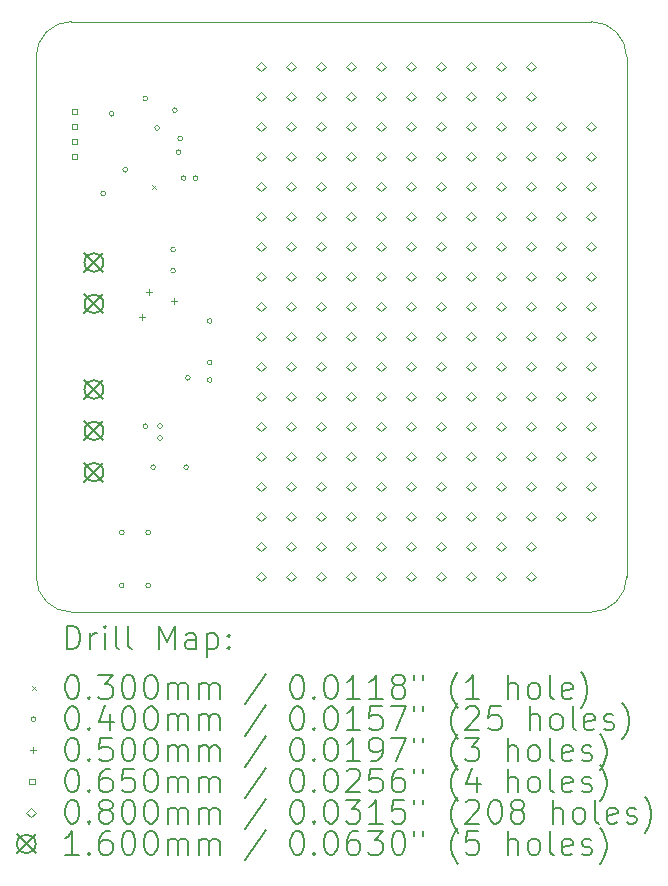
<source format=gbr>
%TF.GenerationSoftware,KiCad,Pcbnew,8.0.3*%
%TF.CreationDate,2024-06-13T00:50:03+02:00*%
%TF.ProjectId,can-proto,63616e2d-7072-46f7-946f-2e6b69636164,1*%
%TF.SameCoordinates,Original*%
%TF.FileFunction,Drillmap*%
%TF.FilePolarity,Positive*%
%FSLAX45Y45*%
G04 Gerber Fmt 4.5, Leading zero omitted, Abs format (unit mm)*
G04 Created by KiCad (PCBNEW 8.0.3) date 2024-06-13 00:50:03*
%MOMM*%
%LPD*%
G01*
G04 APERTURE LIST*
%ADD10C,0.050000*%
%ADD11C,0.200000*%
%ADD12C,0.100000*%
%ADD13C,0.160000*%
G04 APERTURE END LIST*
D10*
X15700000Y-6000000D02*
G75*
G02*
X16000000Y-6300000I0J-300000D01*
G01*
X11000000Y-6300000D02*
X11000000Y-10700000D01*
X11300000Y-11000000D02*
G75*
G02*
X11000000Y-10700000I0J300000D01*
G01*
X11000000Y-6300000D02*
G75*
G02*
X11300000Y-6000000I300000J0D01*
G01*
X15700000Y-6000000D02*
X11300000Y-6000000D01*
X11300000Y-11000000D02*
X15700000Y-11000000D01*
X16000000Y-10700000D02*
G75*
G02*
X15700000Y-11000000I-300000J0D01*
G01*
X16000000Y-10700000D02*
X16000000Y-6300000D01*
D11*
D12*
X11985000Y-7385000D02*
X12015000Y-7415000D01*
X12015000Y-7385000D02*
X11985000Y-7415000D01*
X11588146Y-7457500D02*
G75*
G02*
X11548146Y-7457500I-20000J0D01*
G01*
X11548146Y-7457500D02*
G75*
G02*
X11588146Y-7457500I20000J0D01*
G01*
X11660000Y-6780000D02*
G75*
G02*
X11620000Y-6780000I-20000J0D01*
G01*
X11620000Y-6780000D02*
G75*
G02*
X11660000Y-6780000I20000J0D01*
G01*
X11745000Y-10325800D02*
G75*
G02*
X11705000Y-10325800I-20000J0D01*
G01*
X11705000Y-10325800D02*
G75*
G02*
X11745000Y-10325800I20000J0D01*
G01*
X11745000Y-10775800D02*
G75*
G02*
X11705000Y-10775800I-20000J0D01*
G01*
X11705000Y-10775800D02*
G75*
G02*
X11745000Y-10775800I20000J0D01*
G01*
X11775000Y-7255000D02*
G75*
G02*
X11735000Y-7255000I-20000J0D01*
G01*
X11735000Y-7255000D02*
G75*
G02*
X11775000Y-7255000I20000J0D01*
G01*
X11945000Y-6650000D02*
G75*
G02*
X11905000Y-6650000I-20000J0D01*
G01*
X11905000Y-6650000D02*
G75*
G02*
X11945000Y-6650000I20000J0D01*
G01*
X11945000Y-9425000D02*
G75*
G02*
X11905000Y-9425000I-20000J0D01*
G01*
X11905000Y-9425000D02*
G75*
G02*
X11945000Y-9425000I20000J0D01*
G01*
X11970000Y-10325800D02*
G75*
G02*
X11930000Y-10325800I-20000J0D01*
G01*
X11930000Y-10325800D02*
G75*
G02*
X11970000Y-10325800I20000J0D01*
G01*
X11970000Y-10775800D02*
G75*
G02*
X11930000Y-10775800I-20000J0D01*
G01*
X11930000Y-10775800D02*
G75*
G02*
X11970000Y-10775800I20000J0D01*
G01*
X12011600Y-9772900D02*
G75*
G02*
X11971600Y-9772900I-20000J0D01*
G01*
X11971600Y-9772900D02*
G75*
G02*
X12011600Y-9772900I20000J0D01*
G01*
X12045000Y-6900000D02*
G75*
G02*
X12005000Y-6900000I-20000J0D01*
G01*
X12005000Y-6900000D02*
G75*
G02*
X12045000Y-6900000I20000J0D01*
G01*
X12070000Y-9425000D02*
G75*
G02*
X12030000Y-9425000I-20000J0D01*
G01*
X12030000Y-9425000D02*
G75*
G02*
X12070000Y-9425000I20000J0D01*
G01*
X12070000Y-9525000D02*
G75*
G02*
X12030000Y-9525000I-20000J0D01*
G01*
X12030000Y-9525000D02*
G75*
G02*
X12070000Y-9525000I20000J0D01*
G01*
X12180000Y-7930000D02*
G75*
G02*
X12140000Y-7930000I-20000J0D01*
G01*
X12140000Y-7930000D02*
G75*
G02*
X12180000Y-7930000I20000J0D01*
G01*
X12180000Y-8110000D02*
G75*
G02*
X12140000Y-8110000I-20000J0D01*
G01*
X12140000Y-8110000D02*
G75*
G02*
X12180000Y-8110000I20000J0D01*
G01*
X12195000Y-6750000D02*
G75*
G02*
X12155000Y-6750000I-20000J0D01*
G01*
X12155000Y-6750000D02*
G75*
G02*
X12195000Y-6750000I20000J0D01*
G01*
X12227523Y-7104928D02*
G75*
G02*
X12187523Y-7104928I-20000J0D01*
G01*
X12187523Y-7104928D02*
G75*
G02*
X12227523Y-7104928I20000J0D01*
G01*
X12240001Y-6990000D02*
G75*
G02*
X12200001Y-6990000I-20000J0D01*
G01*
X12200001Y-6990000D02*
G75*
G02*
X12240001Y-6990000I20000J0D01*
G01*
X12270000Y-7325000D02*
G75*
G02*
X12230000Y-7325000I-20000J0D01*
G01*
X12230000Y-7325000D02*
G75*
G02*
X12270000Y-7325000I20000J0D01*
G01*
X12291000Y-9772900D02*
G75*
G02*
X12251000Y-9772900I-20000J0D01*
G01*
X12251000Y-9772900D02*
G75*
G02*
X12291000Y-9772900I20000J0D01*
G01*
X12305000Y-9016250D02*
G75*
G02*
X12265000Y-9016250I-20000J0D01*
G01*
X12265000Y-9016250D02*
G75*
G02*
X12305000Y-9016250I20000J0D01*
G01*
X12370000Y-7325000D02*
G75*
G02*
X12330000Y-7325000I-20000J0D01*
G01*
X12330000Y-7325000D02*
G75*
G02*
X12370000Y-7325000I20000J0D01*
G01*
X12490000Y-8535000D02*
G75*
G02*
X12450000Y-8535000I-20000J0D01*
G01*
X12450000Y-8535000D02*
G75*
G02*
X12490000Y-8535000I20000J0D01*
G01*
X12490000Y-8885000D02*
G75*
G02*
X12450000Y-8885000I-20000J0D01*
G01*
X12450000Y-8885000D02*
G75*
G02*
X12490000Y-8885000I20000J0D01*
G01*
X12490000Y-9035000D02*
G75*
G02*
X12450000Y-9035000I-20000J0D01*
G01*
X12450000Y-9035000D02*
G75*
G02*
X12490000Y-9035000I20000J0D01*
G01*
X11900160Y-8475360D02*
X11900160Y-8525360D01*
X11875160Y-8500360D02*
X11925160Y-8500360D01*
X11953500Y-8262000D02*
X11953500Y-8312000D01*
X11928500Y-8287000D02*
X11978500Y-8287000D01*
X12169400Y-8338200D02*
X12169400Y-8388200D01*
X12144400Y-8363200D02*
X12194400Y-8363200D01*
X11347981Y-6782981D02*
X11347981Y-6737019D01*
X11302019Y-6737019D01*
X11302019Y-6782981D01*
X11347981Y-6782981D01*
X11347981Y-6909981D02*
X11347981Y-6864019D01*
X11302019Y-6864019D01*
X11302019Y-6909981D01*
X11347981Y-6909981D01*
X11347981Y-7036981D02*
X11347981Y-6991019D01*
X11302019Y-6991019D01*
X11302019Y-7036981D01*
X11347981Y-7036981D01*
X11347981Y-7163981D02*
X11347981Y-7118019D01*
X11302019Y-7118019D01*
X11302019Y-7163981D01*
X11347981Y-7163981D01*
X12906000Y-6422000D02*
X12946000Y-6382000D01*
X12906000Y-6342000D01*
X12866000Y-6382000D01*
X12906000Y-6422000D01*
X12906000Y-6676000D02*
X12946000Y-6636000D01*
X12906000Y-6596000D01*
X12866000Y-6636000D01*
X12906000Y-6676000D01*
X12906000Y-6930000D02*
X12946000Y-6890000D01*
X12906000Y-6850000D01*
X12866000Y-6890000D01*
X12906000Y-6930000D01*
X12906000Y-7184000D02*
X12946000Y-7144000D01*
X12906000Y-7104000D01*
X12866000Y-7144000D01*
X12906000Y-7184000D01*
X12906000Y-7438000D02*
X12946000Y-7398000D01*
X12906000Y-7358000D01*
X12866000Y-7398000D01*
X12906000Y-7438000D01*
X12906000Y-7692000D02*
X12946000Y-7652000D01*
X12906000Y-7612000D01*
X12866000Y-7652000D01*
X12906000Y-7692000D01*
X12906000Y-7946000D02*
X12946000Y-7906000D01*
X12906000Y-7866000D01*
X12866000Y-7906000D01*
X12906000Y-7946000D01*
X12906000Y-8200000D02*
X12946000Y-8160000D01*
X12906000Y-8120000D01*
X12866000Y-8160000D01*
X12906000Y-8200000D01*
X12906000Y-8454000D02*
X12946000Y-8414000D01*
X12906000Y-8374000D01*
X12866000Y-8414000D01*
X12906000Y-8454000D01*
X12906000Y-8708000D02*
X12946000Y-8668000D01*
X12906000Y-8628000D01*
X12866000Y-8668000D01*
X12906000Y-8708000D01*
X12906000Y-8962000D02*
X12946000Y-8922000D01*
X12906000Y-8882000D01*
X12866000Y-8922000D01*
X12906000Y-8962000D01*
X12906000Y-9216000D02*
X12946000Y-9176000D01*
X12906000Y-9136000D01*
X12866000Y-9176000D01*
X12906000Y-9216000D01*
X12906000Y-9470000D02*
X12946000Y-9430000D01*
X12906000Y-9390000D01*
X12866000Y-9430000D01*
X12906000Y-9470000D01*
X12906000Y-9724000D02*
X12946000Y-9684000D01*
X12906000Y-9644000D01*
X12866000Y-9684000D01*
X12906000Y-9724000D01*
X12906000Y-9978000D02*
X12946000Y-9938000D01*
X12906000Y-9898000D01*
X12866000Y-9938000D01*
X12906000Y-9978000D01*
X12906000Y-10232000D02*
X12946000Y-10192000D01*
X12906000Y-10152000D01*
X12866000Y-10192000D01*
X12906000Y-10232000D01*
X12906000Y-10486000D02*
X12946000Y-10446000D01*
X12906000Y-10406000D01*
X12866000Y-10446000D01*
X12906000Y-10486000D01*
X12906000Y-10740000D02*
X12946000Y-10700000D01*
X12906000Y-10660000D01*
X12866000Y-10700000D01*
X12906000Y-10740000D01*
X13160000Y-6422000D02*
X13200000Y-6382000D01*
X13160000Y-6342000D01*
X13120000Y-6382000D01*
X13160000Y-6422000D01*
X13160000Y-6676000D02*
X13200000Y-6636000D01*
X13160000Y-6596000D01*
X13120000Y-6636000D01*
X13160000Y-6676000D01*
X13160000Y-6930000D02*
X13200000Y-6890000D01*
X13160000Y-6850000D01*
X13120000Y-6890000D01*
X13160000Y-6930000D01*
X13160000Y-7184000D02*
X13200000Y-7144000D01*
X13160000Y-7104000D01*
X13120000Y-7144000D01*
X13160000Y-7184000D01*
X13160000Y-7438000D02*
X13200000Y-7398000D01*
X13160000Y-7358000D01*
X13120000Y-7398000D01*
X13160000Y-7438000D01*
X13160000Y-7692000D02*
X13200000Y-7652000D01*
X13160000Y-7612000D01*
X13120000Y-7652000D01*
X13160000Y-7692000D01*
X13160000Y-7946000D02*
X13200000Y-7906000D01*
X13160000Y-7866000D01*
X13120000Y-7906000D01*
X13160000Y-7946000D01*
X13160000Y-8200000D02*
X13200000Y-8160000D01*
X13160000Y-8120000D01*
X13120000Y-8160000D01*
X13160000Y-8200000D01*
X13160000Y-8454000D02*
X13200000Y-8414000D01*
X13160000Y-8374000D01*
X13120000Y-8414000D01*
X13160000Y-8454000D01*
X13160000Y-8708000D02*
X13200000Y-8668000D01*
X13160000Y-8628000D01*
X13120000Y-8668000D01*
X13160000Y-8708000D01*
X13160000Y-8962000D02*
X13200000Y-8922000D01*
X13160000Y-8882000D01*
X13120000Y-8922000D01*
X13160000Y-8962000D01*
X13160000Y-9216000D02*
X13200000Y-9176000D01*
X13160000Y-9136000D01*
X13120000Y-9176000D01*
X13160000Y-9216000D01*
X13160000Y-9470000D02*
X13200000Y-9430000D01*
X13160000Y-9390000D01*
X13120000Y-9430000D01*
X13160000Y-9470000D01*
X13160000Y-9724000D02*
X13200000Y-9684000D01*
X13160000Y-9644000D01*
X13120000Y-9684000D01*
X13160000Y-9724000D01*
X13160000Y-9978000D02*
X13200000Y-9938000D01*
X13160000Y-9898000D01*
X13120000Y-9938000D01*
X13160000Y-9978000D01*
X13160000Y-10232000D02*
X13200000Y-10192000D01*
X13160000Y-10152000D01*
X13120000Y-10192000D01*
X13160000Y-10232000D01*
X13160000Y-10486000D02*
X13200000Y-10446000D01*
X13160000Y-10406000D01*
X13120000Y-10446000D01*
X13160000Y-10486000D01*
X13160000Y-10740000D02*
X13200000Y-10700000D01*
X13160000Y-10660000D01*
X13120000Y-10700000D01*
X13160000Y-10740000D01*
X13414000Y-6422000D02*
X13454000Y-6382000D01*
X13414000Y-6342000D01*
X13374000Y-6382000D01*
X13414000Y-6422000D01*
X13414000Y-6676000D02*
X13454000Y-6636000D01*
X13414000Y-6596000D01*
X13374000Y-6636000D01*
X13414000Y-6676000D01*
X13414000Y-6930000D02*
X13454000Y-6890000D01*
X13414000Y-6850000D01*
X13374000Y-6890000D01*
X13414000Y-6930000D01*
X13414000Y-7184000D02*
X13454000Y-7144000D01*
X13414000Y-7104000D01*
X13374000Y-7144000D01*
X13414000Y-7184000D01*
X13414000Y-7438000D02*
X13454000Y-7398000D01*
X13414000Y-7358000D01*
X13374000Y-7398000D01*
X13414000Y-7438000D01*
X13414000Y-7692000D02*
X13454000Y-7652000D01*
X13414000Y-7612000D01*
X13374000Y-7652000D01*
X13414000Y-7692000D01*
X13414000Y-7946000D02*
X13454000Y-7906000D01*
X13414000Y-7866000D01*
X13374000Y-7906000D01*
X13414000Y-7946000D01*
X13414000Y-8200000D02*
X13454000Y-8160000D01*
X13414000Y-8120000D01*
X13374000Y-8160000D01*
X13414000Y-8200000D01*
X13414000Y-8454000D02*
X13454000Y-8414000D01*
X13414000Y-8374000D01*
X13374000Y-8414000D01*
X13414000Y-8454000D01*
X13414000Y-8708000D02*
X13454000Y-8668000D01*
X13414000Y-8628000D01*
X13374000Y-8668000D01*
X13414000Y-8708000D01*
X13414000Y-8962000D02*
X13454000Y-8922000D01*
X13414000Y-8882000D01*
X13374000Y-8922000D01*
X13414000Y-8962000D01*
X13414000Y-9216000D02*
X13454000Y-9176000D01*
X13414000Y-9136000D01*
X13374000Y-9176000D01*
X13414000Y-9216000D01*
X13414000Y-9470000D02*
X13454000Y-9430000D01*
X13414000Y-9390000D01*
X13374000Y-9430000D01*
X13414000Y-9470000D01*
X13414000Y-9724000D02*
X13454000Y-9684000D01*
X13414000Y-9644000D01*
X13374000Y-9684000D01*
X13414000Y-9724000D01*
X13414000Y-9978000D02*
X13454000Y-9938000D01*
X13414000Y-9898000D01*
X13374000Y-9938000D01*
X13414000Y-9978000D01*
X13414000Y-10232000D02*
X13454000Y-10192000D01*
X13414000Y-10152000D01*
X13374000Y-10192000D01*
X13414000Y-10232000D01*
X13414000Y-10486000D02*
X13454000Y-10446000D01*
X13414000Y-10406000D01*
X13374000Y-10446000D01*
X13414000Y-10486000D01*
X13414000Y-10740000D02*
X13454000Y-10700000D01*
X13414000Y-10660000D01*
X13374000Y-10700000D01*
X13414000Y-10740000D01*
X13668000Y-6422000D02*
X13708000Y-6382000D01*
X13668000Y-6342000D01*
X13628000Y-6382000D01*
X13668000Y-6422000D01*
X13668000Y-6676000D02*
X13708000Y-6636000D01*
X13668000Y-6596000D01*
X13628000Y-6636000D01*
X13668000Y-6676000D01*
X13668000Y-6930000D02*
X13708000Y-6890000D01*
X13668000Y-6850000D01*
X13628000Y-6890000D01*
X13668000Y-6930000D01*
X13668000Y-7184000D02*
X13708000Y-7144000D01*
X13668000Y-7104000D01*
X13628000Y-7144000D01*
X13668000Y-7184000D01*
X13668000Y-7438000D02*
X13708000Y-7398000D01*
X13668000Y-7358000D01*
X13628000Y-7398000D01*
X13668000Y-7438000D01*
X13668000Y-7692000D02*
X13708000Y-7652000D01*
X13668000Y-7612000D01*
X13628000Y-7652000D01*
X13668000Y-7692000D01*
X13668000Y-7946000D02*
X13708000Y-7906000D01*
X13668000Y-7866000D01*
X13628000Y-7906000D01*
X13668000Y-7946000D01*
X13668000Y-8200000D02*
X13708000Y-8160000D01*
X13668000Y-8120000D01*
X13628000Y-8160000D01*
X13668000Y-8200000D01*
X13668000Y-8454000D02*
X13708000Y-8414000D01*
X13668000Y-8374000D01*
X13628000Y-8414000D01*
X13668000Y-8454000D01*
X13668000Y-8708000D02*
X13708000Y-8668000D01*
X13668000Y-8628000D01*
X13628000Y-8668000D01*
X13668000Y-8708000D01*
X13668000Y-8962000D02*
X13708000Y-8922000D01*
X13668000Y-8882000D01*
X13628000Y-8922000D01*
X13668000Y-8962000D01*
X13668000Y-9216000D02*
X13708000Y-9176000D01*
X13668000Y-9136000D01*
X13628000Y-9176000D01*
X13668000Y-9216000D01*
X13668000Y-9470000D02*
X13708000Y-9430000D01*
X13668000Y-9390000D01*
X13628000Y-9430000D01*
X13668000Y-9470000D01*
X13668000Y-9724000D02*
X13708000Y-9684000D01*
X13668000Y-9644000D01*
X13628000Y-9684000D01*
X13668000Y-9724000D01*
X13668000Y-9978000D02*
X13708000Y-9938000D01*
X13668000Y-9898000D01*
X13628000Y-9938000D01*
X13668000Y-9978000D01*
X13668000Y-10232000D02*
X13708000Y-10192000D01*
X13668000Y-10152000D01*
X13628000Y-10192000D01*
X13668000Y-10232000D01*
X13668000Y-10486000D02*
X13708000Y-10446000D01*
X13668000Y-10406000D01*
X13628000Y-10446000D01*
X13668000Y-10486000D01*
X13668000Y-10740000D02*
X13708000Y-10700000D01*
X13668000Y-10660000D01*
X13628000Y-10700000D01*
X13668000Y-10740000D01*
X13922000Y-6422000D02*
X13962000Y-6382000D01*
X13922000Y-6342000D01*
X13882000Y-6382000D01*
X13922000Y-6422000D01*
X13922000Y-6676000D02*
X13962000Y-6636000D01*
X13922000Y-6596000D01*
X13882000Y-6636000D01*
X13922000Y-6676000D01*
X13922000Y-6930000D02*
X13962000Y-6890000D01*
X13922000Y-6850000D01*
X13882000Y-6890000D01*
X13922000Y-6930000D01*
X13922000Y-7184000D02*
X13962000Y-7144000D01*
X13922000Y-7104000D01*
X13882000Y-7144000D01*
X13922000Y-7184000D01*
X13922000Y-7438000D02*
X13962000Y-7398000D01*
X13922000Y-7358000D01*
X13882000Y-7398000D01*
X13922000Y-7438000D01*
X13922000Y-7692000D02*
X13962000Y-7652000D01*
X13922000Y-7612000D01*
X13882000Y-7652000D01*
X13922000Y-7692000D01*
X13922000Y-7946000D02*
X13962000Y-7906000D01*
X13922000Y-7866000D01*
X13882000Y-7906000D01*
X13922000Y-7946000D01*
X13922000Y-8200000D02*
X13962000Y-8160000D01*
X13922000Y-8120000D01*
X13882000Y-8160000D01*
X13922000Y-8200000D01*
X13922000Y-8454000D02*
X13962000Y-8414000D01*
X13922000Y-8374000D01*
X13882000Y-8414000D01*
X13922000Y-8454000D01*
X13922000Y-8708000D02*
X13962000Y-8668000D01*
X13922000Y-8628000D01*
X13882000Y-8668000D01*
X13922000Y-8708000D01*
X13922000Y-8962000D02*
X13962000Y-8922000D01*
X13922000Y-8882000D01*
X13882000Y-8922000D01*
X13922000Y-8962000D01*
X13922000Y-9216000D02*
X13962000Y-9176000D01*
X13922000Y-9136000D01*
X13882000Y-9176000D01*
X13922000Y-9216000D01*
X13922000Y-9470000D02*
X13962000Y-9430000D01*
X13922000Y-9390000D01*
X13882000Y-9430000D01*
X13922000Y-9470000D01*
X13922000Y-9724000D02*
X13962000Y-9684000D01*
X13922000Y-9644000D01*
X13882000Y-9684000D01*
X13922000Y-9724000D01*
X13922000Y-9978000D02*
X13962000Y-9938000D01*
X13922000Y-9898000D01*
X13882000Y-9938000D01*
X13922000Y-9978000D01*
X13922000Y-10232000D02*
X13962000Y-10192000D01*
X13922000Y-10152000D01*
X13882000Y-10192000D01*
X13922000Y-10232000D01*
X13922000Y-10486000D02*
X13962000Y-10446000D01*
X13922000Y-10406000D01*
X13882000Y-10446000D01*
X13922000Y-10486000D01*
X13922000Y-10740000D02*
X13962000Y-10700000D01*
X13922000Y-10660000D01*
X13882000Y-10700000D01*
X13922000Y-10740000D01*
X14176000Y-6422000D02*
X14216000Y-6382000D01*
X14176000Y-6342000D01*
X14136000Y-6382000D01*
X14176000Y-6422000D01*
X14176000Y-6676000D02*
X14216000Y-6636000D01*
X14176000Y-6596000D01*
X14136000Y-6636000D01*
X14176000Y-6676000D01*
X14176000Y-6930000D02*
X14216000Y-6890000D01*
X14176000Y-6850000D01*
X14136000Y-6890000D01*
X14176000Y-6930000D01*
X14176000Y-7184000D02*
X14216000Y-7144000D01*
X14176000Y-7104000D01*
X14136000Y-7144000D01*
X14176000Y-7184000D01*
X14176000Y-7438000D02*
X14216000Y-7398000D01*
X14176000Y-7358000D01*
X14136000Y-7398000D01*
X14176000Y-7438000D01*
X14176000Y-7692000D02*
X14216000Y-7652000D01*
X14176000Y-7612000D01*
X14136000Y-7652000D01*
X14176000Y-7692000D01*
X14176000Y-7946000D02*
X14216000Y-7906000D01*
X14176000Y-7866000D01*
X14136000Y-7906000D01*
X14176000Y-7946000D01*
X14176000Y-8200000D02*
X14216000Y-8160000D01*
X14176000Y-8120000D01*
X14136000Y-8160000D01*
X14176000Y-8200000D01*
X14176000Y-8454000D02*
X14216000Y-8414000D01*
X14176000Y-8374000D01*
X14136000Y-8414000D01*
X14176000Y-8454000D01*
X14176000Y-8708000D02*
X14216000Y-8668000D01*
X14176000Y-8628000D01*
X14136000Y-8668000D01*
X14176000Y-8708000D01*
X14176000Y-8962000D02*
X14216000Y-8922000D01*
X14176000Y-8882000D01*
X14136000Y-8922000D01*
X14176000Y-8962000D01*
X14176000Y-9216000D02*
X14216000Y-9176000D01*
X14176000Y-9136000D01*
X14136000Y-9176000D01*
X14176000Y-9216000D01*
X14176000Y-9470000D02*
X14216000Y-9430000D01*
X14176000Y-9390000D01*
X14136000Y-9430000D01*
X14176000Y-9470000D01*
X14176000Y-9724000D02*
X14216000Y-9684000D01*
X14176000Y-9644000D01*
X14136000Y-9684000D01*
X14176000Y-9724000D01*
X14176000Y-9978000D02*
X14216000Y-9938000D01*
X14176000Y-9898000D01*
X14136000Y-9938000D01*
X14176000Y-9978000D01*
X14176000Y-10232000D02*
X14216000Y-10192000D01*
X14176000Y-10152000D01*
X14136000Y-10192000D01*
X14176000Y-10232000D01*
X14176000Y-10486000D02*
X14216000Y-10446000D01*
X14176000Y-10406000D01*
X14136000Y-10446000D01*
X14176000Y-10486000D01*
X14176000Y-10740000D02*
X14216000Y-10700000D01*
X14176000Y-10660000D01*
X14136000Y-10700000D01*
X14176000Y-10740000D01*
X14430000Y-6422000D02*
X14470000Y-6382000D01*
X14430000Y-6342000D01*
X14390000Y-6382000D01*
X14430000Y-6422000D01*
X14430000Y-6676000D02*
X14470000Y-6636000D01*
X14430000Y-6596000D01*
X14390000Y-6636000D01*
X14430000Y-6676000D01*
X14430000Y-6930000D02*
X14470000Y-6890000D01*
X14430000Y-6850000D01*
X14390000Y-6890000D01*
X14430000Y-6930000D01*
X14430000Y-7184000D02*
X14470000Y-7144000D01*
X14430000Y-7104000D01*
X14390000Y-7144000D01*
X14430000Y-7184000D01*
X14430000Y-7438000D02*
X14470000Y-7398000D01*
X14430000Y-7358000D01*
X14390000Y-7398000D01*
X14430000Y-7438000D01*
X14430000Y-7692000D02*
X14470000Y-7652000D01*
X14430000Y-7612000D01*
X14390000Y-7652000D01*
X14430000Y-7692000D01*
X14430000Y-7946000D02*
X14470000Y-7906000D01*
X14430000Y-7866000D01*
X14390000Y-7906000D01*
X14430000Y-7946000D01*
X14430000Y-8200000D02*
X14470000Y-8160000D01*
X14430000Y-8120000D01*
X14390000Y-8160000D01*
X14430000Y-8200000D01*
X14430000Y-8454000D02*
X14470000Y-8414000D01*
X14430000Y-8374000D01*
X14390000Y-8414000D01*
X14430000Y-8454000D01*
X14430000Y-8708000D02*
X14470000Y-8668000D01*
X14430000Y-8628000D01*
X14390000Y-8668000D01*
X14430000Y-8708000D01*
X14430000Y-8962000D02*
X14470000Y-8922000D01*
X14430000Y-8882000D01*
X14390000Y-8922000D01*
X14430000Y-8962000D01*
X14430000Y-9216000D02*
X14470000Y-9176000D01*
X14430000Y-9136000D01*
X14390000Y-9176000D01*
X14430000Y-9216000D01*
X14430000Y-9470000D02*
X14470000Y-9430000D01*
X14430000Y-9390000D01*
X14390000Y-9430000D01*
X14430000Y-9470000D01*
X14430000Y-9724000D02*
X14470000Y-9684000D01*
X14430000Y-9644000D01*
X14390000Y-9684000D01*
X14430000Y-9724000D01*
X14430000Y-9978000D02*
X14470000Y-9938000D01*
X14430000Y-9898000D01*
X14390000Y-9938000D01*
X14430000Y-9978000D01*
X14430000Y-10232000D02*
X14470000Y-10192000D01*
X14430000Y-10152000D01*
X14390000Y-10192000D01*
X14430000Y-10232000D01*
X14430000Y-10486000D02*
X14470000Y-10446000D01*
X14430000Y-10406000D01*
X14390000Y-10446000D01*
X14430000Y-10486000D01*
X14430000Y-10740000D02*
X14470000Y-10700000D01*
X14430000Y-10660000D01*
X14390000Y-10700000D01*
X14430000Y-10740000D01*
X14684000Y-6422000D02*
X14724000Y-6382000D01*
X14684000Y-6342000D01*
X14644000Y-6382000D01*
X14684000Y-6422000D01*
X14684000Y-6676000D02*
X14724000Y-6636000D01*
X14684000Y-6596000D01*
X14644000Y-6636000D01*
X14684000Y-6676000D01*
X14684000Y-6930000D02*
X14724000Y-6890000D01*
X14684000Y-6850000D01*
X14644000Y-6890000D01*
X14684000Y-6930000D01*
X14684000Y-7184000D02*
X14724000Y-7144000D01*
X14684000Y-7104000D01*
X14644000Y-7144000D01*
X14684000Y-7184000D01*
X14684000Y-7438000D02*
X14724000Y-7398000D01*
X14684000Y-7358000D01*
X14644000Y-7398000D01*
X14684000Y-7438000D01*
X14684000Y-7692000D02*
X14724000Y-7652000D01*
X14684000Y-7612000D01*
X14644000Y-7652000D01*
X14684000Y-7692000D01*
X14684000Y-7946000D02*
X14724000Y-7906000D01*
X14684000Y-7866000D01*
X14644000Y-7906000D01*
X14684000Y-7946000D01*
X14684000Y-8200000D02*
X14724000Y-8160000D01*
X14684000Y-8120000D01*
X14644000Y-8160000D01*
X14684000Y-8200000D01*
X14684000Y-8454000D02*
X14724000Y-8414000D01*
X14684000Y-8374000D01*
X14644000Y-8414000D01*
X14684000Y-8454000D01*
X14684000Y-8708000D02*
X14724000Y-8668000D01*
X14684000Y-8628000D01*
X14644000Y-8668000D01*
X14684000Y-8708000D01*
X14684000Y-8962000D02*
X14724000Y-8922000D01*
X14684000Y-8882000D01*
X14644000Y-8922000D01*
X14684000Y-8962000D01*
X14684000Y-9216000D02*
X14724000Y-9176000D01*
X14684000Y-9136000D01*
X14644000Y-9176000D01*
X14684000Y-9216000D01*
X14684000Y-9470000D02*
X14724000Y-9430000D01*
X14684000Y-9390000D01*
X14644000Y-9430000D01*
X14684000Y-9470000D01*
X14684000Y-9724000D02*
X14724000Y-9684000D01*
X14684000Y-9644000D01*
X14644000Y-9684000D01*
X14684000Y-9724000D01*
X14684000Y-9978000D02*
X14724000Y-9938000D01*
X14684000Y-9898000D01*
X14644000Y-9938000D01*
X14684000Y-9978000D01*
X14684000Y-10232000D02*
X14724000Y-10192000D01*
X14684000Y-10152000D01*
X14644000Y-10192000D01*
X14684000Y-10232000D01*
X14684000Y-10486000D02*
X14724000Y-10446000D01*
X14684000Y-10406000D01*
X14644000Y-10446000D01*
X14684000Y-10486000D01*
X14684000Y-10740000D02*
X14724000Y-10700000D01*
X14684000Y-10660000D01*
X14644000Y-10700000D01*
X14684000Y-10740000D01*
X14938000Y-6422000D02*
X14978000Y-6382000D01*
X14938000Y-6342000D01*
X14898000Y-6382000D01*
X14938000Y-6422000D01*
X14938000Y-6676000D02*
X14978000Y-6636000D01*
X14938000Y-6596000D01*
X14898000Y-6636000D01*
X14938000Y-6676000D01*
X14938000Y-6930000D02*
X14978000Y-6890000D01*
X14938000Y-6850000D01*
X14898000Y-6890000D01*
X14938000Y-6930000D01*
X14938000Y-7184000D02*
X14978000Y-7144000D01*
X14938000Y-7104000D01*
X14898000Y-7144000D01*
X14938000Y-7184000D01*
X14938000Y-7438000D02*
X14978000Y-7398000D01*
X14938000Y-7358000D01*
X14898000Y-7398000D01*
X14938000Y-7438000D01*
X14938000Y-7692000D02*
X14978000Y-7652000D01*
X14938000Y-7612000D01*
X14898000Y-7652000D01*
X14938000Y-7692000D01*
X14938000Y-7946000D02*
X14978000Y-7906000D01*
X14938000Y-7866000D01*
X14898000Y-7906000D01*
X14938000Y-7946000D01*
X14938000Y-8200000D02*
X14978000Y-8160000D01*
X14938000Y-8120000D01*
X14898000Y-8160000D01*
X14938000Y-8200000D01*
X14938000Y-8454000D02*
X14978000Y-8414000D01*
X14938000Y-8374000D01*
X14898000Y-8414000D01*
X14938000Y-8454000D01*
X14938000Y-8708000D02*
X14978000Y-8668000D01*
X14938000Y-8628000D01*
X14898000Y-8668000D01*
X14938000Y-8708000D01*
X14938000Y-8962000D02*
X14978000Y-8922000D01*
X14938000Y-8882000D01*
X14898000Y-8922000D01*
X14938000Y-8962000D01*
X14938000Y-9216000D02*
X14978000Y-9176000D01*
X14938000Y-9136000D01*
X14898000Y-9176000D01*
X14938000Y-9216000D01*
X14938000Y-9470000D02*
X14978000Y-9430000D01*
X14938000Y-9390000D01*
X14898000Y-9430000D01*
X14938000Y-9470000D01*
X14938000Y-9724000D02*
X14978000Y-9684000D01*
X14938000Y-9644000D01*
X14898000Y-9684000D01*
X14938000Y-9724000D01*
X14938000Y-9978000D02*
X14978000Y-9938000D01*
X14938000Y-9898000D01*
X14898000Y-9938000D01*
X14938000Y-9978000D01*
X14938000Y-10232000D02*
X14978000Y-10192000D01*
X14938000Y-10152000D01*
X14898000Y-10192000D01*
X14938000Y-10232000D01*
X14938000Y-10486000D02*
X14978000Y-10446000D01*
X14938000Y-10406000D01*
X14898000Y-10446000D01*
X14938000Y-10486000D01*
X14938000Y-10740000D02*
X14978000Y-10700000D01*
X14938000Y-10660000D01*
X14898000Y-10700000D01*
X14938000Y-10740000D01*
X15192000Y-6422000D02*
X15232000Y-6382000D01*
X15192000Y-6342000D01*
X15152000Y-6382000D01*
X15192000Y-6422000D01*
X15192000Y-6676000D02*
X15232000Y-6636000D01*
X15192000Y-6596000D01*
X15152000Y-6636000D01*
X15192000Y-6676000D01*
X15192000Y-6930000D02*
X15232000Y-6890000D01*
X15192000Y-6850000D01*
X15152000Y-6890000D01*
X15192000Y-6930000D01*
X15192000Y-7184000D02*
X15232000Y-7144000D01*
X15192000Y-7104000D01*
X15152000Y-7144000D01*
X15192000Y-7184000D01*
X15192000Y-7438000D02*
X15232000Y-7398000D01*
X15192000Y-7358000D01*
X15152000Y-7398000D01*
X15192000Y-7438000D01*
X15192000Y-7692000D02*
X15232000Y-7652000D01*
X15192000Y-7612000D01*
X15152000Y-7652000D01*
X15192000Y-7692000D01*
X15192000Y-7946000D02*
X15232000Y-7906000D01*
X15192000Y-7866000D01*
X15152000Y-7906000D01*
X15192000Y-7946000D01*
X15192000Y-8200000D02*
X15232000Y-8160000D01*
X15192000Y-8120000D01*
X15152000Y-8160000D01*
X15192000Y-8200000D01*
X15192000Y-8454000D02*
X15232000Y-8414000D01*
X15192000Y-8374000D01*
X15152000Y-8414000D01*
X15192000Y-8454000D01*
X15192000Y-8708000D02*
X15232000Y-8668000D01*
X15192000Y-8628000D01*
X15152000Y-8668000D01*
X15192000Y-8708000D01*
X15192000Y-8962000D02*
X15232000Y-8922000D01*
X15192000Y-8882000D01*
X15152000Y-8922000D01*
X15192000Y-8962000D01*
X15192000Y-9216000D02*
X15232000Y-9176000D01*
X15192000Y-9136000D01*
X15152000Y-9176000D01*
X15192000Y-9216000D01*
X15192000Y-9470000D02*
X15232000Y-9430000D01*
X15192000Y-9390000D01*
X15152000Y-9430000D01*
X15192000Y-9470000D01*
X15192000Y-9724000D02*
X15232000Y-9684000D01*
X15192000Y-9644000D01*
X15152000Y-9684000D01*
X15192000Y-9724000D01*
X15192000Y-9978000D02*
X15232000Y-9938000D01*
X15192000Y-9898000D01*
X15152000Y-9938000D01*
X15192000Y-9978000D01*
X15192000Y-10232000D02*
X15232000Y-10192000D01*
X15192000Y-10152000D01*
X15152000Y-10192000D01*
X15192000Y-10232000D01*
X15192000Y-10486000D02*
X15232000Y-10446000D01*
X15192000Y-10406000D01*
X15152000Y-10446000D01*
X15192000Y-10486000D01*
X15192000Y-10740000D02*
X15232000Y-10700000D01*
X15192000Y-10660000D01*
X15152000Y-10700000D01*
X15192000Y-10740000D01*
X15446000Y-6930000D02*
X15486000Y-6890000D01*
X15446000Y-6850000D01*
X15406000Y-6890000D01*
X15446000Y-6930000D01*
X15446000Y-7184000D02*
X15486000Y-7144000D01*
X15446000Y-7104000D01*
X15406000Y-7144000D01*
X15446000Y-7184000D01*
X15446000Y-7438000D02*
X15486000Y-7398000D01*
X15446000Y-7358000D01*
X15406000Y-7398000D01*
X15446000Y-7438000D01*
X15446000Y-7692000D02*
X15486000Y-7652000D01*
X15446000Y-7612000D01*
X15406000Y-7652000D01*
X15446000Y-7692000D01*
X15446000Y-7946000D02*
X15486000Y-7906000D01*
X15446000Y-7866000D01*
X15406000Y-7906000D01*
X15446000Y-7946000D01*
X15446000Y-8200000D02*
X15486000Y-8160000D01*
X15446000Y-8120000D01*
X15406000Y-8160000D01*
X15446000Y-8200000D01*
X15446000Y-8454000D02*
X15486000Y-8414000D01*
X15446000Y-8374000D01*
X15406000Y-8414000D01*
X15446000Y-8454000D01*
X15446000Y-8708000D02*
X15486000Y-8668000D01*
X15446000Y-8628000D01*
X15406000Y-8668000D01*
X15446000Y-8708000D01*
X15446000Y-8962000D02*
X15486000Y-8922000D01*
X15446000Y-8882000D01*
X15406000Y-8922000D01*
X15446000Y-8962000D01*
X15446000Y-9216000D02*
X15486000Y-9176000D01*
X15446000Y-9136000D01*
X15406000Y-9176000D01*
X15446000Y-9216000D01*
X15446000Y-9470000D02*
X15486000Y-9430000D01*
X15446000Y-9390000D01*
X15406000Y-9430000D01*
X15446000Y-9470000D01*
X15446000Y-9724000D02*
X15486000Y-9684000D01*
X15446000Y-9644000D01*
X15406000Y-9684000D01*
X15446000Y-9724000D01*
X15446000Y-9978000D02*
X15486000Y-9938000D01*
X15446000Y-9898000D01*
X15406000Y-9938000D01*
X15446000Y-9978000D01*
X15446000Y-10232000D02*
X15486000Y-10192000D01*
X15446000Y-10152000D01*
X15406000Y-10192000D01*
X15446000Y-10232000D01*
X15700000Y-6930000D02*
X15740000Y-6890000D01*
X15700000Y-6850000D01*
X15660000Y-6890000D01*
X15700000Y-6930000D01*
X15700000Y-7184000D02*
X15740000Y-7144000D01*
X15700000Y-7104000D01*
X15660000Y-7144000D01*
X15700000Y-7184000D01*
X15700000Y-7438000D02*
X15740000Y-7398000D01*
X15700000Y-7358000D01*
X15660000Y-7398000D01*
X15700000Y-7438000D01*
X15700000Y-7692000D02*
X15740000Y-7652000D01*
X15700000Y-7612000D01*
X15660000Y-7652000D01*
X15700000Y-7692000D01*
X15700000Y-7946000D02*
X15740000Y-7906000D01*
X15700000Y-7866000D01*
X15660000Y-7906000D01*
X15700000Y-7946000D01*
X15700000Y-8200000D02*
X15740000Y-8160000D01*
X15700000Y-8120000D01*
X15660000Y-8160000D01*
X15700000Y-8200000D01*
X15700000Y-8454000D02*
X15740000Y-8414000D01*
X15700000Y-8374000D01*
X15660000Y-8414000D01*
X15700000Y-8454000D01*
X15700000Y-8708000D02*
X15740000Y-8668000D01*
X15700000Y-8628000D01*
X15660000Y-8668000D01*
X15700000Y-8708000D01*
X15700000Y-8962000D02*
X15740000Y-8922000D01*
X15700000Y-8882000D01*
X15660000Y-8922000D01*
X15700000Y-8962000D01*
X15700000Y-9216000D02*
X15740000Y-9176000D01*
X15700000Y-9136000D01*
X15660000Y-9176000D01*
X15700000Y-9216000D01*
X15700000Y-9470000D02*
X15740000Y-9430000D01*
X15700000Y-9390000D01*
X15660000Y-9430000D01*
X15700000Y-9470000D01*
X15700000Y-9724000D02*
X15740000Y-9684000D01*
X15700000Y-9644000D01*
X15660000Y-9684000D01*
X15700000Y-9724000D01*
X15700000Y-9978000D02*
X15740000Y-9938000D01*
X15700000Y-9898000D01*
X15660000Y-9938000D01*
X15700000Y-9978000D01*
X15700000Y-10232000D02*
X15740000Y-10192000D01*
X15700000Y-10152000D01*
X15660000Y-10192000D01*
X15700000Y-10232000D01*
D13*
X11410000Y-7960000D02*
X11570000Y-8120000D01*
X11570000Y-7960000D02*
X11410000Y-8120000D01*
X11570000Y-8040000D02*
G75*
G02*
X11410000Y-8040000I-80000J0D01*
G01*
X11410000Y-8040000D02*
G75*
G02*
X11570000Y-8040000I80000J0D01*
G01*
X11410000Y-8310000D02*
X11570000Y-8470000D01*
X11570000Y-8310000D02*
X11410000Y-8470000D01*
X11570000Y-8390000D02*
G75*
G02*
X11410000Y-8390000I-80000J0D01*
G01*
X11410000Y-8390000D02*
G75*
G02*
X11570000Y-8390000I80000J0D01*
G01*
X11410000Y-9035000D02*
X11570000Y-9195000D01*
X11570000Y-9035000D02*
X11410000Y-9195000D01*
X11570000Y-9115000D02*
G75*
G02*
X11410000Y-9115000I-80000J0D01*
G01*
X11410000Y-9115000D02*
G75*
G02*
X11570000Y-9115000I80000J0D01*
G01*
X11410000Y-9385000D02*
X11570000Y-9545000D01*
X11570000Y-9385000D02*
X11410000Y-9545000D01*
X11570000Y-9465000D02*
G75*
G02*
X11410000Y-9465000I-80000J0D01*
G01*
X11410000Y-9465000D02*
G75*
G02*
X11570000Y-9465000I80000J0D01*
G01*
X11410000Y-9735000D02*
X11570000Y-9895000D01*
X11570000Y-9735000D02*
X11410000Y-9895000D01*
X11570000Y-9815000D02*
G75*
G02*
X11410000Y-9815000I-80000J0D01*
G01*
X11410000Y-9815000D02*
G75*
G02*
X11570000Y-9815000I80000J0D01*
G01*
D11*
X11258277Y-11313984D02*
X11258277Y-11113984D01*
X11258277Y-11113984D02*
X11305896Y-11113984D01*
X11305896Y-11113984D02*
X11334467Y-11123508D01*
X11334467Y-11123508D02*
X11353515Y-11142555D01*
X11353515Y-11142555D02*
X11363039Y-11161603D01*
X11363039Y-11161603D02*
X11372562Y-11199698D01*
X11372562Y-11199698D02*
X11372562Y-11228269D01*
X11372562Y-11228269D02*
X11363039Y-11266365D01*
X11363039Y-11266365D02*
X11353515Y-11285412D01*
X11353515Y-11285412D02*
X11334467Y-11304460D01*
X11334467Y-11304460D02*
X11305896Y-11313984D01*
X11305896Y-11313984D02*
X11258277Y-11313984D01*
X11458277Y-11313984D02*
X11458277Y-11180650D01*
X11458277Y-11218746D02*
X11467801Y-11199698D01*
X11467801Y-11199698D02*
X11477324Y-11190174D01*
X11477324Y-11190174D02*
X11496372Y-11180650D01*
X11496372Y-11180650D02*
X11515420Y-11180650D01*
X11582086Y-11313984D02*
X11582086Y-11180650D01*
X11582086Y-11113984D02*
X11572562Y-11123508D01*
X11572562Y-11123508D02*
X11582086Y-11133031D01*
X11582086Y-11133031D02*
X11591610Y-11123508D01*
X11591610Y-11123508D02*
X11582086Y-11113984D01*
X11582086Y-11113984D02*
X11582086Y-11133031D01*
X11705896Y-11313984D02*
X11686848Y-11304460D01*
X11686848Y-11304460D02*
X11677324Y-11285412D01*
X11677324Y-11285412D02*
X11677324Y-11113984D01*
X11810658Y-11313984D02*
X11791610Y-11304460D01*
X11791610Y-11304460D02*
X11782086Y-11285412D01*
X11782086Y-11285412D02*
X11782086Y-11113984D01*
X12039229Y-11313984D02*
X12039229Y-11113984D01*
X12039229Y-11113984D02*
X12105896Y-11256841D01*
X12105896Y-11256841D02*
X12172562Y-11113984D01*
X12172562Y-11113984D02*
X12172562Y-11313984D01*
X12353515Y-11313984D02*
X12353515Y-11209222D01*
X12353515Y-11209222D02*
X12343991Y-11190174D01*
X12343991Y-11190174D02*
X12324943Y-11180650D01*
X12324943Y-11180650D02*
X12286848Y-11180650D01*
X12286848Y-11180650D02*
X12267801Y-11190174D01*
X12353515Y-11304460D02*
X12334467Y-11313984D01*
X12334467Y-11313984D02*
X12286848Y-11313984D01*
X12286848Y-11313984D02*
X12267801Y-11304460D01*
X12267801Y-11304460D02*
X12258277Y-11285412D01*
X12258277Y-11285412D02*
X12258277Y-11266365D01*
X12258277Y-11266365D02*
X12267801Y-11247317D01*
X12267801Y-11247317D02*
X12286848Y-11237793D01*
X12286848Y-11237793D02*
X12334467Y-11237793D01*
X12334467Y-11237793D02*
X12353515Y-11228269D01*
X12448753Y-11180650D02*
X12448753Y-11380650D01*
X12448753Y-11190174D02*
X12467801Y-11180650D01*
X12467801Y-11180650D02*
X12505896Y-11180650D01*
X12505896Y-11180650D02*
X12524943Y-11190174D01*
X12524943Y-11190174D02*
X12534467Y-11199698D01*
X12534467Y-11199698D02*
X12543991Y-11218746D01*
X12543991Y-11218746D02*
X12543991Y-11275888D01*
X12543991Y-11275888D02*
X12534467Y-11294936D01*
X12534467Y-11294936D02*
X12524943Y-11304460D01*
X12524943Y-11304460D02*
X12505896Y-11313984D01*
X12505896Y-11313984D02*
X12467801Y-11313984D01*
X12467801Y-11313984D02*
X12448753Y-11304460D01*
X12629705Y-11294936D02*
X12639229Y-11304460D01*
X12639229Y-11304460D02*
X12629705Y-11313984D01*
X12629705Y-11313984D02*
X12620182Y-11304460D01*
X12620182Y-11304460D02*
X12629705Y-11294936D01*
X12629705Y-11294936D02*
X12629705Y-11313984D01*
X12629705Y-11190174D02*
X12639229Y-11199698D01*
X12639229Y-11199698D02*
X12629705Y-11209222D01*
X12629705Y-11209222D02*
X12620182Y-11199698D01*
X12620182Y-11199698D02*
X12629705Y-11190174D01*
X12629705Y-11190174D02*
X12629705Y-11209222D01*
D12*
X10967500Y-11627500D02*
X10997500Y-11657500D01*
X10997500Y-11627500D02*
X10967500Y-11657500D01*
D11*
X11296372Y-11533984D02*
X11315420Y-11533984D01*
X11315420Y-11533984D02*
X11334467Y-11543508D01*
X11334467Y-11543508D02*
X11343991Y-11553031D01*
X11343991Y-11553031D02*
X11353515Y-11572079D01*
X11353515Y-11572079D02*
X11363039Y-11610174D01*
X11363039Y-11610174D02*
X11363039Y-11657793D01*
X11363039Y-11657793D02*
X11353515Y-11695888D01*
X11353515Y-11695888D02*
X11343991Y-11714936D01*
X11343991Y-11714936D02*
X11334467Y-11724460D01*
X11334467Y-11724460D02*
X11315420Y-11733984D01*
X11315420Y-11733984D02*
X11296372Y-11733984D01*
X11296372Y-11733984D02*
X11277324Y-11724460D01*
X11277324Y-11724460D02*
X11267801Y-11714936D01*
X11267801Y-11714936D02*
X11258277Y-11695888D01*
X11258277Y-11695888D02*
X11248753Y-11657793D01*
X11248753Y-11657793D02*
X11248753Y-11610174D01*
X11248753Y-11610174D02*
X11258277Y-11572079D01*
X11258277Y-11572079D02*
X11267801Y-11553031D01*
X11267801Y-11553031D02*
X11277324Y-11543508D01*
X11277324Y-11543508D02*
X11296372Y-11533984D01*
X11448753Y-11714936D02*
X11458277Y-11724460D01*
X11458277Y-11724460D02*
X11448753Y-11733984D01*
X11448753Y-11733984D02*
X11439229Y-11724460D01*
X11439229Y-11724460D02*
X11448753Y-11714936D01*
X11448753Y-11714936D02*
X11448753Y-11733984D01*
X11524943Y-11533984D02*
X11648753Y-11533984D01*
X11648753Y-11533984D02*
X11582086Y-11610174D01*
X11582086Y-11610174D02*
X11610658Y-11610174D01*
X11610658Y-11610174D02*
X11629705Y-11619698D01*
X11629705Y-11619698D02*
X11639229Y-11629222D01*
X11639229Y-11629222D02*
X11648753Y-11648269D01*
X11648753Y-11648269D02*
X11648753Y-11695888D01*
X11648753Y-11695888D02*
X11639229Y-11714936D01*
X11639229Y-11714936D02*
X11629705Y-11724460D01*
X11629705Y-11724460D02*
X11610658Y-11733984D01*
X11610658Y-11733984D02*
X11553515Y-11733984D01*
X11553515Y-11733984D02*
X11534467Y-11724460D01*
X11534467Y-11724460D02*
X11524943Y-11714936D01*
X11772562Y-11533984D02*
X11791610Y-11533984D01*
X11791610Y-11533984D02*
X11810658Y-11543508D01*
X11810658Y-11543508D02*
X11820182Y-11553031D01*
X11820182Y-11553031D02*
X11829705Y-11572079D01*
X11829705Y-11572079D02*
X11839229Y-11610174D01*
X11839229Y-11610174D02*
X11839229Y-11657793D01*
X11839229Y-11657793D02*
X11829705Y-11695888D01*
X11829705Y-11695888D02*
X11820182Y-11714936D01*
X11820182Y-11714936D02*
X11810658Y-11724460D01*
X11810658Y-11724460D02*
X11791610Y-11733984D01*
X11791610Y-11733984D02*
X11772562Y-11733984D01*
X11772562Y-11733984D02*
X11753515Y-11724460D01*
X11753515Y-11724460D02*
X11743991Y-11714936D01*
X11743991Y-11714936D02*
X11734467Y-11695888D01*
X11734467Y-11695888D02*
X11724943Y-11657793D01*
X11724943Y-11657793D02*
X11724943Y-11610174D01*
X11724943Y-11610174D02*
X11734467Y-11572079D01*
X11734467Y-11572079D02*
X11743991Y-11553031D01*
X11743991Y-11553031D02*
X11753515Y-11543508D01*
X11753515Y-11543508D02*
X11772562Y-11533984D01*
X11963039Y-11533984D02*
X11982086Y-11533984D01*
X11982086Y-11533984D02*
X12001134Y-11543508D01*
X12001134Y-11543508D02*
X12010658Y-11553031D01*
X12010658Y-11553031D02*
X12020182Y-11572079D01*
X12020182Y-11572079D02*
X12029705Y-11610174D01*
X12029705Y-11610174D02*
X12029705Y-11657793D01*
X12029705Y-11657793D02*
X12020182Y-11695888D01*
X12020182Y-11695888D02*
X12010658Y-11714936D01*
X12010658Y-11714936D02*
X12001134Y-11724460D01*
X12001134Y-11724460D02*
X11982086Y-11733984D01*
X11982086Y-11733984D02*
X11963039Y-11733984D01*
X11963039Y-11733984D02*
X11943991Y-11724460D01*
X11943991Y-11724460D02*
X11934467Y-11714936D01*
X11934467Y-11714936D02*
X11924943Y-11695888D01*
X11924943Y-11695888D02*
X11915420Y-11657793D01*
X11915420Y-11657793D02*
X11915420Y-11610174D01*
X11915420Y-11610174D02*
X11924943Y-11572079D01*
X11924943Y-11572079D02*
X11934467Y-11553031D01*
X11934467Y-11553031D02*
X11943991Y-11543508D01*
X11943991Y-11543508D02*
X11963039Y-11533984D01*
X12115420Y-11733984D02*
X12115420Y-11600650D01*
X12115420Y-11619698D02*
X12124943Y-11610174D01*
X12124943Y-11610174D02*
X12143991Y-11600650D01*
X12143991Y-11600650D02*
X12172563Y-11600650D01*
X12172563Y-11600650D02*
X12191610Y-11610174D01*
X12191610Y-11610174D02*
X12201134Y-11629222D01*
X12201134Y-11629222D02*
X12201134Y-11733984D01*
X12201134Y-11629222D02*
X12210658Y-11610174D01*
X12210658Y-11610174D02*
X12229705Y-11600650D01*
X12229705Y-11600650D02*
X12258277Y-11600650D01*
X12258277Y-11600650D02*
X12277324Y-11610174D01*
X12277324Y-11610174D02*
X12286848Y-11629222D01*
X12286848Y-11629222D02*
X12286848Y-11733984D01*
X12382086Y-11733984D02*
X12382086Y-11600650D01*
X12382086Y-11619698D02*
X12391610Y-11610174D01*
X12391610Y-11610174D02*
X12410658Y-11600650D01*
X12410658Y-11600650D02*
X12439229Y-11600650D01*
X12439229Y-11600650D02*
X12458277Y-11610174D01*
X12458277Y-11610174D02*
X12467801Y-11629222D01*
X12467801Y-11629222D02*
X12467801Y-11733984D01*
X12467801Y-11629222D02*
X12477324Y-11610174D01*
X12477324Y-11610174D02*
X12496372Y-11600650D01*
X12496372Y-11600650D02*
X12524943Y-11600650D01*
X12524943Y-11600650D02*
X12543991Y-11610174D01*
X12543991Y-11610174D02*
X12553515Y-11629222D01*
X12553515Y-11629222D02*
X12553515Y-11733984D01*
X12943991Y-11524460D02*
X12772563Y-11781603D01*
X13201134Y-11533984D02*
X13220182Y-11533984D01*
X13220182Y-11533984D02*
X13239229Y-11543508D01*
X13239229Y-11543508D02*
X13248753Y-11553031D01*
X13248753Y-11553031D02*
X13258277Y-11572079D01*
X13258277Y-11572079D02*
X13267801Y-11610174D01*
X13267801Y-11610174D02*
X13267801Y-11657793D01*
X13267801Y-11657793D02*
X13258277Y-11695888D01*
X13258277Y-11695888D02*
X13248753Y-11714936D01*
X13248753Y-11714936D02*
X13239229Y-11724460D01*
X13239229Y-11724460D02*
X13220182Y-11733984D01*
X13220182Y-11733984D02*
X13201134Y-11733984D01*
X13201134Y-11733984D02*
X13182086Y-11724460D01*
X13182086Y-11724460D02*
X13172563Y-11714936D01*
X13172563Y-11714936D02*
X13163039Y-11695888D01*
X13163039Y-11695888D02*
X13153515Y-11657793D01*
X13153515Y-11657793D02*
X13153515Y-11610174D01*
X13153515Y-11610174D02*
X13163039Y-11572079D01*
X13163039Y-11572079D02*
X13172563Y-11553031D01*
X13172563Y-11553031D02*
X13182086Y-11543508D01*
X13182086Y-11543508D02*
X13201134Y-11533984D01*
X13353515Y-11714936D02*
X13363039Y-11724460D01*
X13363039Y-11724460D02*
X13353515Y-11733984D01*
X13353515Y-11733984D02*
X13343991Y-11724460D01*
X13343991Y-11724460D02*
X13353515Y-11714936D01*
X13353515Y-11714936D02*
X13353515Y-11733984D01*
X13486848Y-11533984D02*
X13505896Y-11533984D01*
X13505896Y-11533984D02*
X13524944Y-11543508D01*
X13524944Y-11543508D02*
X13534467Y-11553031D01*
X13534467Y-11553031D02*
X13543991Y-11572079D01*
X13543991Y-11572079D02*
X13553515Y-11610174D01*
X13553515Y-11610174D02*
X13553515Y-11657793D01*
X13553515Y-11657793D02*
X13543991Y-11695888D01*
X13543991Y-11695888D02*
X13534467Y-11714936D01*
X13534467Y-11714936D02*
X13524944Y-11724460D01*
X13524944Y-11724460D02*
X13505896Y-11733984D01*
X13505896Y-11733984D02*
X13486848Y-11733984D01*
X13486848Y-11733984D02*
X13467801Y-11724460D01*
X13467801Y-11724460D02*
X13458277Y-11714936D01*
X13458277Y-11714936D02*
X13448753Y-11695888D01*
X13448753Y-11695888D02*
X13439229Y-11657793D01*
X13439229Y-11657793D02*
X13439229Y-11610174D01*
X13439229Y-11610174D02*
X13448753Y-11572079D01*
X13448753Y-11572079D02*
X13458277Y-11553031D01*
X13458277Y-11553031D02*
X13467801Y-11543508D01*
X13467801Y-11543508D02*
X13486848Y-11533984D01*
X13743991Y-11733984D02*
X13629706Y-11733984D01*
X13686848Y-11733984D02*
X13686848Y-11533984D01*
X13686848Y-11533984D02*
X13667801Y-11562555D01*
X13667801Y-11562555D02*
X13648753Y-11581603D01*
X13648753Y-11581603D02*
X13629706Y-11591127D01*
X13934467Y-11733984D02*
X13820182Y-11733984D01*
X13877325Y-11733984D02*
X13877325Y-11533984D01*
X13877325Y-11533984D02*
X13858277Y-11562555D01*
X13858277Y-11562555D02*
X13839229Y-11581603D01*
X13839229Y-11581603D02*
X13820182Y-11591127D01*
X14048753Y-11619698D02*
X14029706Y-11610174D01*
X14029706Y-11610174D02*
X14020182Y-11600650D01*
X14020182Y-11600650D02*
X14010658Y-11581603D01*
X14010658Y-11581603D02*
X14010658Y-11572079D01*
X14010658Y-11572079D02*
X14020182Y-11553031D01*
X14020182Y-11553031D02*
X14029706Y-11543508D01*
X14029706Y-11543508D02*
X14048753Y-11533984D01*
X14048753Y-11533984D02*
X14086848Y-11533984D01*
X14086848Y-11533984D02*
X14105896Y-11543508D01*
X14105896Y-11543508D02*
X14115420Y-11553031D01*
X14115420Y-11553031D02*
X14124944Y-11572079D01*
X14124944Y-11572079D02*
X14124944Y-11581603D01*
X14124944Y-11581603D02*
X14115420Y-11600650D01*
X14115420Y-11600650D02*
X14105896Y-11610174D01*
X14105896Y-11610174D02*
X14086848Y-11619698D01*
X14086848Y-11619698D02*
X14048753Y-11619698D01*
X14048753Y-11619698D02*
X14029706Y-11629222D01*
X14029706Y-11629222D02*
X14020182Y-11638746D01*
X14020182Y-11638746D02*
X14010658Y-11657793D01*
X14010658Y-11657793D02*
X14010658Y-11695888D01*
X14010658Y-11695888D02*
X14020182Y-11714936D01*
X14020182Y-11714936D02*
X14029706Y-11724460D01*
X14029706Y-11724460D02*
X14048753Y-11733984D01*
X14048753Y-11733984D02*
X14086848Y-11733984D01*
X14086848Y-11733984D02*
X14105896Y-11724460D01*
X14105896Y-11724460D02*
X14115420Y-11714936D01*
X14115420Y-11714936D02*
X14124944Y-11695888D01*
X14124944Y-11695888D02*
X14124944Y-11657793D01*
X14124944Y-11657793D02*
X14115420Y-11638746D01*
X14115420Y-11638746D02*
X14105896Y-11629222D01*
X14105896Y-11629222D02*
X14086848Y-11619698D01*
X14201134Y-11533984D02*
X14201134Y-11572079D01*
X14277325Y-11533984D02*
X14277325Y-11572079D01*
X14572563Y-11810174D02*
X14563039Y-11800650D01*
X14563039Y-11800650D02*
X14543991Y-11772079D01*
X14543991Y-11772079D02*
X14534468Y-11753031D01*
X14534468Y-11753031D02*
X14524944Y-11724460D01*
X14524944Y-11724460D02*
X14515420Y-11676841D01*
X14515420Y-11676841D02*
X14515420Y-11638746D01*
X14515420Y-11638746D02*
X14524944Y-11591127D01*
X14524944Y-11591127D02*
X14534468Y-11562555D01*
X14534468Y-11562555D02*
X14543991Y-11543508D01*
X14543991Y-11543508D02*
X14563039Y-11514936D01*
X14563039Y-11514936D02*
X14572563Y-11505412D01*
X14753515Y-11733984D02*
X14639229Y-11733984D01*
X14696372Y-11733984D02*
X14696372Y-11533984D01*
X14696372Y-11533984D02*
X14677325Y-11562555D01*
X14677325Y-11562555D02*
X14658277Y-11581603D01*
X14658277Y-11581603D02*
X14639229Y-11591127D01*
X14991610Y-11733984D02*
X14991610Y-11533984D01*
X15077325Y-11733984D02*
X15077325Y-11629222D01*
X15077325Y-11629222D02*
X15067801Y-11610174D01*
X15067801Y-11610174D02*
X15048753Y-11600650D01*
X15048753Y-11600650D02*
X15020182Y-11600650D01*
X15020182Y-11600650D02*
X15001134Y-11610174D01*
X15001134Y-11610174D02*
X14991610Y-11619698D01*
X15201134Y-11733984D02*
X15182087Y-11724460D01*
X15182087Y-11724460D02*
X15172563Y-11714936D01*
X15172563Y-11714936D02*
X15163039Y-11695888D01*
X15163039Y-11695888D02*
X15163039Y-11638746D01*
X15163039Y-11638746D02*
X15172563Y-11619698D01*
X15172563Y-11619698D02*
X15182087Y-11610174D01*
X15182087Y-11610174D02*
X15201134Y-11600650D01*
X15201134Y-11600650D02*
X15229706Y-11600650D01*
X15229706Y-11600650D02*
X15248753Y-11610174D01*
X15248753Y-11610174D02*
X15258277Y-11619698D01*
X15258277Y-11619698D02*
X15267801Y-11638746D01*
X15267801Y-11638746D02*
X15267801Y-11695888D01*
X15267801Y-11695888D02*
X15258277Y-11714936D01*
X15258277Y-11714936D02*
X15248753Y-11724460D01*
X15248753Y-11724460D02*
X15229706Y-11733984D01*
X15229706Y-11733984D02*
X15201134Y-11733984D01*
X15382087Y-11733984D02*
X15363039Y-11724460D01*
X15363039Y-11724460D02*
X15353515Y-11705412D01*
X15353515Y-11705412D02*
X15353515Y-11533984D01*
X15534468Y-11724460D02*
X15515420Y-11733984D01*
X15515420Y-11733984D02*
X15477325Y-11733984D01*
X15477325Y-11733984D02*
X15458277Y-11724460D01*
X15458277Y-11724460D02*
X15448753Y-11705412D01*
X15448753Y-11705412D02*
X15448753Y-11629222D01*
X15448753Y-11629222D02*
X15458277Y-11610174D01*
X15458277Y-11610174D02*
X15477325Y-11600650D01*
X15477325Y-11600650D02*
X15515420Y-11600650D01*
X15515420Y-11600650D02*
X15534468Y-11610174D01*
X15534468Y-11610174D02*
X15543991Y-11629222D01*
X15543991Y-11629222D02*
X15543991Y-11648269D01*
X15543991Y-11648269D02*
X15448753Y-11667317D01*
X15610658Y-11810174D02*
X15620182Y-11800650D01*
X15620182Y-11800650D02*
X15639230Y-11772079D01*
X15639230Y-11772079D02*
X15648753Y-11753031D01*
X15648753Y-11753031D02*
X15658277Y-11724460D01*
X15658277Y-11724460D02*
X15667801Y-11676841D01*
X15667801Y-11676841D02*
X15667801Y-11638746D01*
X15667801Y-11638746D02*
X15658277Y-11591127D01*
X15658277Y-11591127D02*
X15648753Y-11562555D01*
X15648753Y-11562555D02*
X15639230Y-11543508D01*
X15639230Y-11543508D02*
X15620182Y-11514936D01*
X15620182Y-11514936D02*
X15610658Y-11505412D01*
D12*
X10997500Y-11906500D02*
G75*
G02*
X10957500Y-11906500I-20000J0D01*
G01*
X10957500Y-11906500D02*
G75*
G02*
X10997500Y-11906500I20000J0D01*
G01*
D11*
X11296372Y-11797984D02*
X11315420Y-11797984D01*
X11315420Y-11797984D02*
X11334467Y-11807508D01*
X11334467Y-11807508D02*
X11343991Y-11817031D01*
X11343991Y-11817031D02*
X11353515Y-11836079D01*
X11353515Y-11836079D02*
X11363039Y-11874174D01*
X11363039Y-11874174D02*
X11363039Y-11921793D01*
X11363039Y-11921793D02*
X11353515Y-11959888D01*
X11353515Y-11959888D02*
X11343991Y-11978936D01*
X11343991Y-11978936D02*
X11334467Y-11988460D01*
X11334467Y-11988460D02*
X11315420Y-11997984D01*
X11315420Y-11997984D02*
X11296372Y-11997984D01*
X11296372Y-11997984D02*
X11277324Y-11988460D01*
X11277324Y-11988460D02*
X11267801Y-11978936D01*
X11267801Y-11978936D02*
X11258277Y-11959888D01*
X11258277Y-11959888D02*
X11248753Y-11921793D01*
X11248753Y-11921793D02*
X11248753Y-11874174D01*
X11248753Y-11874174D02*
X11258277Y-11836079D01*
X11258277Y-11836079D02*
X11267801Y-11817031D01*
X11267801Y-11817031D02*
X11277324Y-11807508D01*
X11277324Y-11807508D02*
X11296372Y-11797984D01*
X11448753Y-11978936D02*
X11458277Y-11988460D01*
X11458277Y-11988460D02*
X11448753Y-11997984D01*
X11448753Y-11997984D02*
X11439229Y-11988460D01*
X11439229Y-11988460D02*
X11448753Y-11978936D01*
X11448753Y-11978936D02*
X11448753Y-11997984D01*
X11629705Y-11864650D02*
X11629705Y-11997984D01*
X11582086Y-11788460D02*
X11534467Y-11931317D01*
X11534467Y-11931317D02*
X11658277Y-11931317D01*
X11772562Y-11797984D02*
X11791610Y-11797984D01*
X11791610Y-11797984D02*
X11810658Y-11807508D01*
X11810658Y-11807508D02*
X11820182Y-11817031D01*
X11820182Y-11817031D02*
X11829705Y-11836079D01*
X11829705Y-11836079D02*
X11839229Y-11874174D01*
X11839229Y-11874174D02*
X11839229Y-11921793D01*
X11839229Y-11921793D02*
X11829705Y-11959888D01*
X11829705Y-11959888D02*
X11820182Y-11978936D01*
X11820182Y-11978936D02*
X11810658Y-11988460D01*
X11810658Y-11988460D02*
X11791610Y-11997984D01*
X11791610Y-11997984D02*
X11772562Y-11997984D01*
X11772562Y-11997984D02*
X11753515Y-11988460D01*
X11753515Y-11988460D02*
X11743991Y-11978936D01*
X11743991Y-11978936D02*
X11734467Y-11959888D01*
X11734467Y-11959888D02*
X11724943Y-11921793D01*
X11724943Y-11921793D02*
X11724943Y-11874174D01*
X11724943Y-11874174D02*
X11734467Y-11836079D01*
X11734467Y-11836079D02*
X11743991Y-11817031D01*
X11743991Y-11817031D02*
X11753515Y-11807508D01*
X11753515Y-11807508D02*
X11772562Y-11797984D01*
X11963039Y-11797984D02*
X11982086Y-11797984D01*
X11982086Y-11797984D02*
X12001134Y-11807508D01*
X12001134Y-11807508D02*
X12010658Y-11817031D01*
X12010658Y-11817031D02*
X12020182Y-11836079D01*
X12020182Y-11836079D02*
X12029705Y-11874174D01*
X12029705Y-11874174D02*
X12029705Y-11921793D01*
X12029705Y-11921793D02*
X12020182Y-11959888D01*
X12020182Y-11959888D02*
X12010658Y-11978936D01*
X12010658Y-11978936D02*
X12001134Y-11988460D01*
X12001134Y-11988460D02*
X11982086Y-11997984D01*
X11982086Y-11997984D02*
X11963039Y-11997984D01*
X11963039Y-11997984D02*
X11943991Y-11988460D01*
X11943991Y-11988460D02*
X11934467Y-11978936D01*
X11934467Y-11978936D02*
X11924943Y-11959888D01*
X11924943Y-11959888D02*
X11915420Y-11921793D01*
X11915420Y-11921793D02*
X11915420Y-11874174D01*
X11915420Y-11874174D02*
X11924943Y-11836079D01*
X11924943Y-11836079D02*
X11934467Y-11817031D01*
X11934467Y-11817031D02*
X11943991Y-11807508D01*
X11943991Y-11807508D02*
X11963039Y-11797984D01*
X12115420Y-11997984D02*
X12115420Y-11864650D01*
X12115420Y-11883698D02*
X12124943Y-11874174D01*
X12124943Y-11874174D02*
X12143991Y-11864650D01*
X12143991Y-11864650D02*
X12172563Y-11864650D01*
X12172563Y-11864650D02*
X12191610Y-11874174D01*
X12191610Y-11874174D02*
X12201134Y-11893222D01*
X12201134Y-11893222D02*
X12201134Y-11997984D01*
X12201134Y-11893222D02*
X12210658Y-11874174D01*
X12210658Y-11874174D02*
X12229705Y-11864650D01*
X12229705Y-11864650D02*
X12258277Y-11864650D01*
X12258277Y-11864650D02*
X12277324Y-11874174D01*
X12277324Y-11874174D02*
X12286848Y-11893222D01*
X12286848Y-11893222D02*
X12286848Y-11997984D01*
X12382086Y-11997984D02*
X12382086Y-11864650D01*
X12382086Y-11883698D02*
X12391610Y-11874174D01*
X12391610Y-11874174D02*
X12410658Y-11864650D01*
X12410658Y-11864650D02*
X12439229Y-11864650D01*
X12439229Y-11864650D02*
X12458277Y-11874174D01*
X12458277Y-11874174D02*
X12467801Y-11893222D01*
X12467801Y-11893222D02*
X12467801Y-11997984D01*
X12467801Y-11893222D02*
X12477324Y-11874174D01*
X12477324Y-11874174D02*
X12496372Y-11864650D01*
X12496372Y-11864650D02*
X12524943Y-11864650D01*
X12524943Y-11864650D02*
X12543991Y-11874174D01*
X12543991Y-11874174D02*
X12553515Y-11893222D01*
X12553515Y-11893222D02*
X12553515Y-11997984D01*
X12943991Y-11788460D02*
X12772563Y-12045603D01*
X13201134Y-11797984D02*
X13220182Y-11797984D01*
X13220182Y-11797984D02*
X13239229Y-11807508D01*
X13239229Y-11807508D02*
X13248753Y-11817031D01*
X13248753Y-11817031D02*
X13258277Y-11836079D01*
X13258277Y-11836079D02*
X13267801Y-11874174D01*
X13267801Y-11874174D02*
X13267801Y-11921793D01*
X13267801Y-11921793D02*
X13258277Y-11959888D01*
X13258277Y-11959888D02*
X13248753Y-11978936D01*
X13248753Y-11978936D02*
X13239229Y-11988460D01*
X13239229Y-11988460D02*
X13220182Y-11997984D01*
X13220182Y-11997984D02*
X13201134Y-11997984D01*
X13201134Y-11997984D02*
X13182086Y-11988460D01*
X13182086Y-11988460D02*
X13172563Y-11978936D01*
X13172563Y-11978936D02*
X13163039Y-11959888D01*
X13163039Y-11959888D02*
X13153515Y-11921793D01*
X13153515Y-11921793D02*
X13153515Y-11874174D01*
X13153515Y-11874174D02*
X13163039Y-11836079D01*
X13163039Y-11836079D02*
X13172563Y-11817031D01*
X13172563Y-11817031D02*
X13182086Y-11807508D01*
X13182086Y-11807508D02*
X13201134Y-11797984D01*
X13353515Y-11978936D02*
X13363039Y-11988460D01*
X13363039Y-11988460D02*
X13353515Y-11997984D01*
X13353515Y-11997984D02*
X13343991Y-11988460D01*
X13343991Y-11988460D02*
X13353515Y-11978936D01*
X13353515Y-11978936D02*
X13353515Y-11997984D01*
X13486848Y-11797984D02*
X13505896Y-11797984D01*
X13505896Y-11797984D02*
X13524944Y-11807508D01*
X13524944Y-11807508D02*
X13534467Y-11817031D01*
X13534467Y-11817031D02*
X13543991Y-11836079D01*
X13543991Y-11836079D02*
X13553515Y-11874174D01*
X13553515Y-11874174D02*
X13553515Y-11921793D01*
X13553515Y-11921793D02*
X13543991Y-11959888D01*
X13543991Y-11959888D02*
X13534467Y-11978936D01*
X13534467Y-11978936D02*
X13524944Y-11988460D01*
X13524944Y-11988460D02*
X13505896Y-11997984D01*
X13505896Y-11997984D02*
X13486848Y-11997984D01*
X13486848Y-11997984D02*
X13467801Y-11988460D01*
X13467801Y-11988460D02*
X13458277Y-11978936D01*
X13458277Y-11978936D02*
X13448753Y-11959888D01*
X13448753Y-11959888D02*
X13439229Y-11921793D01*
X13439229Y-11921793D02*
X13439229Y-11874174D01*
X13439229Y-11874174D02*
X13448753Y-11836079D01*
X13448753Y-11836079D02*
X13458277Y-11817031D01*
X13458277Y-11817031D02*
X13467801Y-11807508D01*
X13467801Y-11807508D02*
X13486848Y-11797984D01*
X13743991Y-11997984D02*
X13629706Y-11997984D01*
X13686848Y-11997984D02*
X13686848Y-11797984D01*
X13686848Y-11797984D02*
X13667801Y-11826555D01*
X13667801Y-11826555D02*
X13648753Y-11845603D01*
X13648753Y-11845603D02*
X13629706Y-11855127D01*
X13924944Y-11797984D02*
X13829706Y-11797984D01*
X13829706Y-11797984D02*
X13820182Y-11893222D01*
X13820182Y-11893222D02*
X13829706Y-11883698D01*
X13829706Y-11883698D02*
X13848753Y-11874174D01*
X13848753Y-11874174D02*
X13896372Y-11874174D01*
X13896372Y-11874174D02*
X13915420Y-11883698D01*
X13915420Y-11883698D02*
X13924944Y-11893222D01*
X13924944Y-11893222D02*
X13934467Y-11912269D01*
X13934467Y-11912269D02*
X13934467Y-11959888D01*
X13934467Y-11959888D02*
X13924944Y-11978936D01*
X13924944Y-11978936D02*
X13915420Y-11988460D01*
X13915420Y-11988460D02*
X13896372Y-11997984D01*
X13896372Y-11997984D02*
X13848753Y-11997984D01*
X13848753Y-11997984D02*
X13829706Y-11988460D01*
X13829706Y-11988460D02*
X13820182Y-11978936D01*
X14001134Y-11797984D02*
X14134467Y-11797984D01*
X14134467Y-11797984D02*
X14048753Y-11997984D01*
X14201134Y-11797984D02*
X14201134Y-11836079D01*
X14277325Y-11797984D02*
X14277325Y-11836079D01*
X14572563Y-12074174D02*
X14563039Y-12064650D01*
X14563039Y-12064650D02*
X14543991Y-12036079D01*
X14543991Y-12036079D02*
X14534468Y-12017031D01*
X14534468Y-12017031D02*
X14524944Y-11988460D01*
X14524944Y-11988460D02*
X14515420Y-11940841D01*
X14515420Y-11940841D02*
X14515420Y-11902746D01*
X14515420Y-11902746D02*
X14524944Y-11855127D01*
X14524944Y-11855127D02*
X14534468Y-11826555D01*
X14534468Y-11826555D02*
X14543991Y-11807508D01*
X14543991Y-11807508D02*
X14563039Y-11778936D01*
X14563039Y-11778936D02*
X14572563Y-11769412D01*
X14639229Y-11817031D02*
X14648753Y-11807508D01*
X14648753Y-11807508D02*
X14667801Y-11797984D01*
X14667801Y-11797984D02*
X14715420Y-11797984D01*
X14715420Y-11797984D02*
X14734468Y-11807508D01*
X14734468Y-11807508D02*
X14743991Y-11817031D01*
X14743991Y-11817031D02*
X14753515Y-11836079D01*
X14753515Y-11836079D02*
X14753515Y-11855127D01*
X14753515Y-11855127D02*
X14743991Y-11883698D01*
X14743991Y-11883698D02*
X14629706Y-11997984D01*
X14629706Y-11997984D02*
X14753515Y-11997984D01*
X14934468Y-11797984D02*
X14839229Y-11797984D01*
X14839229Y-11797984D02*
X14829706Y-11893222D01*
X14829706Y-11893222D02*
X14839229Y-11883698D01*
X14839229Y-11883698D02*
X14858277Y-11874174D01*
X14858277Y-11874174D02*
X14905896Y-11874174D01*
X14905896Y-11874174D02*
X14924944Y-11883698D01*
X14924944Y-11883698D02*
X14934468Y-11893222D01*
X14934468Y-11893222D02*
X14943991Y-11912269D01*
X14943991Y-11912269D02*
X14943991Y-11959888D01*
X14943991Y-11959888D02*
X14934468Y-11978936D01*
X14934468Y-11978936D02*
X14924944Y-11988460D01*
X14924944Y-11988460D02*
X14905896Y-11997984D01*
X14905896Y-11997984D02*
X14858277Y-11997984D01*
X14858277Y-11997984D02*
X14839229Y-11988460D01*
X14839229Y-11988460D02*
X14829706Y-11978936D01*
X15182087Y-11997984D02*
X15182087Y-11797984D01*
X15267801Y-11997984D02*
X15267801Y-11893222D01*
X15267801Y-11893222D02*
X15258277Y-11874174D01*
X15258277Y-11874174D02*
X15239230Y-11864650D01*
X15239230Y-11864650D02*
X15210658Y-11864650D01*
X15210658Y-11864650D02*
X15191610Y-11874174D01*
X15191610Y-11874174D02*
X15182087Y-11883698D01*
X15391610Y-11997984D02*
X15372563Y-11988460D01*
X15372563Y-11988460D02*
X15363039Y-11978936D01*
X15363039Y-11978936D02*
X15353515Y-11959888D01*
X15353515Y-11959888D02*
X15353515Y-11902746D01*
X15353515Y-11902746D02*
X15363039Y-11883698D01*
X15363039Y-11883698D02*
X15372563Y-11874174D01*
X15372563Y-11874174D02*
X15391610Y-11864650D01*
X15391610Y-11864650D02*
X15420182Y-11864650D01*
X15420182Y-11864650D02*
X15439230Y-11874174D01*
X15439230Y-11874174D02*
X15448753Y-11883698D01*
X15448753Y-11883698D02*
X15458277Y-11902746D01*
X15458277Y-11902746D02*
X15458277Y-11959888D01*
X15458277Y-11959888D02*
X15448753Y-11978936D01*
X15448753Y-11978936D02*
X15439230Y-11988460D01*
X15439230Y-11988460D02*
X15420182Y-11997984D01*
X15420182Y-11997984D02*
X15391610Y-11997984D01*
X15572563Y-11997984D02*
X15553515Y-11988460D01*
X15553515Y-11988460D02*
X15543991Y-11969412D01*
X15543991Y-11969412D02*
X15543991Y-11797984D01*
X15724944Y-11988460D02*
X15705896Y-11997984D01*
X15705896Y-11997984D02*
X15667801Y-11997984D01*
X15667801Y-11997984D02*
X15648753Y-11988460D01*
X15648753Y-11988460D02*
X15639230Y-11969412D01*
X15639230Y-11969412D02*
X15639230Y-11893222D01*
X15639230Y-11893222D02*
X15648753Y-11874174D01*
X15648753Y-11874174D02*
X15667801Y-11864650D01*
X15667801Y-11864650D02*
X15705896Y-11864650D01*
X15705896Y-11864650D02*
X15724944Y-11874174D01*
X15724944Y-11874174D02*
X15734468Y-11893222D01*
X15734468Y-11893222D02*
X15734468Y-11912269D01*
X15734468Y-11912269D02*
X15639230Y-11931317D01*
X15810658Y-11988460D02*
X15829706Y-11997984D01*
X15829706Y-11997984D02*
X15867801Y-11997984D01*
X15867801Y-11997984D02*
X15886849Y-11988460D01*
X15886849Y-11988460D02*
X15896372Y-11969412D01*
X15896372Y-11969412D02*
X15896372Y-11959888D01*
X15896372Y-11959888D02*
X15886849Y-11940841D01*
X15886849Y-11940841D02*
X15867801Y-11931317D01*
X15867801Y-11931317D02*
X15839230Y-11931317D01*
X15839230Y-11931317D02*
X15820182Y-11921793D01*
X15820182Y-11921793D02*
X15810658Y-11902746D01*
X15810658Y-11902746D02*
X15810658Y-11893222D01*
X15810658Y-11893222D02*
X15820182Y-11874174D01*
X15820182Y-11874174D02*
X15839230Y-11864650D01*
X15839230Y-11864650D02*
X15867801Y-11864650D01*
X15867801Y-11864650D02*
X15886849Y-11874174D01*
X15963039Y-12074174D02*
X15972563Y-12064650D01*
X15972563Y-12064650D02*
X15991611Y-12036079D01*
X15991611Y-12036079D02*
X16001134Y-12017031D01*
X16001134Y-12017031D02*
X16010658Y-11988460D01*
X16010658Y-11988460D02*
X16020182Y-11940841D01*
X16020182Y-11940841D02*
X16020182Y-11902746D01*
X16020182Y-11902746D02*
X16010658Y-11855127D01*
X16010658Y-11855127D02*
X16001134Y-11826555D01*
X16001134Y-11826555D02*
X15991611Y-11807508D01*
X15991611Y-11807508D02*
X15972563Y-11778936D01*
X15972563Y-11778936D02*
X15963039Y-11769412D01*
D12*
X10972500Y-12145500D02*
X10972500Y-12195500D01*
X10947500Y-12170500D02*
X10997500Y-12170500D01*
D11*
X11296372Y-12061984D02*
X11315420Y-12061984D01*
X11315420Y-12061984D02*
X11334467Y-12071508D01*
X11334467Y-12071508D02*
X11343991Y-12081031D01*
X11343991Y-12081031D02*
X11353515Y-12100079D01*
X11353515Y-12100079D02*
X11363039Y-12138174D01*
X11363039Y-12138174D02*
X11363039Y-12185793D01*
X11363039Y-12185793D02*
X11353515Y-12223888D01*
X11353515Y-12223888D02*
X11343991Y-12242936D01*
X11343991Y-12242936D02*
X11334467Y-12252460D01*
X11334467Y-12252460D02*
X11315420Y-12261984D01*
X11315420Y-12261984D02*
X11296372Y-12261984D01*
X11296372Y-12261984D02*
X11277324Y-12252460D01*
X11277324Y-12252460D02*
X11267801Y-12242936D01*
X11267801Y-12242936D02*
X11258277Y-12223888D01*
X11258277Y-12223888D02*
X11248753Y-12185793D01*
X11248753Y-12185793D02*
X11248753Y-12138174D01*
X11248753Y-12138174D02*
X11258277Y-12100079D01*
X11258277Y-12100079D02*
X11267801Y-12081031D01*
X11267801Y-12081031D02*
X11277324Y-12071508D01*
X11277324Y-12071508D02*
X11296372Y-12061984D01*
X11448753Y-12242936D02*
X11458277Y-12252460D01*
X11458277Y-12252460D02*
X11448753Y-12261984D01*
X11448753Y-12261984D02*
X11439229Y-12252460D01*
X11439229Y-12252460D02*
X11448753Y-12242936D01*
X11448753Y-12242936D02*
X11448753Y-12261984D01*
X11639229Y-12061984D02*
X11543991Y-12061984D01*
X11543991Y-12061984D02*
X11534467Y-12157222D01*
X11534467Y-12157222D02*
X11543991Y-12147698D01*
X11543991Y-12147698D02*
X11563039Y-12138174D01*
X11563039Y-12138174D02*
X11610658Y-12138174D01*
X11610658Y-12138174D02*
X11629705Y-12147698D01*
X11629705Y-12147698D02*
X11639229Y-12157222D01*
X11639229Y-12157222D02*
X11648753Y-12176269D01*
X11648753Y-12176269D02*
X11648753Y-12223888D01*
X11648753Y-12223888D02*
X11639229Y-12242936D01*
X11639229Y-12242936D02*
X11629705Y-12252460D01*
X11629705Y-12252460D02*
X11610658Y-12261984D01*
X11610658Y-12261984D02*
X11563039Y-12261984D01*
X11563039Y-12261984D02*
X11543991Y-12252460D01*
X11543991Y-12252460D02*
X11534467Y-12242936D01*
X11772562Y-12061984D02*
X11791610Y-12061984D01*
X11791610Y-12061984D02*
X11810658Y-12071508D01*
X11810658Y-12071508D02*
X11820182Y-12081031D01*
X11820182Y-12081031D02*
X11829705Y-12100079D01*
X11829705Y-12100079D02*
X11839229Y-12138174D01*
X11839229Y-12138174D02*
X11839229Y-12185793D01*
X11839229Y-12185793D02*
X11829705Y-12223888D01*
X11829705Y-12223888D02*
X11820182Y-12242936D01*
X11820182Y-12242936D02*
X11810658Y-12252460D01*
X11810658Y-12252460D02*
X11791610Y-12261984D01*
X11791610Y-12261984D02*
X11772562Y-12261984D01*
X11772562Y-12261984D02*
X11753515Y-12252460D01*
X11753515Y-12252460D02*
X11743991Y-12242936D01*
X11743991Y-12242936D02*
X11734467Y-12223888D01*
X11734467Y-12223888D02*
X11724943Y-12185793D01*
X11724943Y-12185793D02*
X11724943Y-12138174D01*
X11724943Y-12138174D02*
X11734467Y-12100079D01*
X11734467Y-12100079D02*
X11743991Y-12081031D01*
X11743991Y-12081031D02*
X11753515Y-12071508D01*
X11753515Y-12071508D02*
X11772562Y-12061984D01*
X11963039Y-12061984D02*
X11982086Y-12061984D01*
X11982086Y-12061984D02*
X12001134Y-12071508D01*
X12001134Y-12071508D02*
X12010658Y-12081031D01*
X12010658Y-12081031D02*
X12020182Y-12100079D01*
X12020182Y-12100079D02*
X12029705Y-12138174D01*
X12029705Y-12138174D02*
X12029705Y-12185793D01*
X12029705Y-12185793D02*
X12020182Y-12223888D01*
X12020182Y-12223888D02*
X12010658Y-12242936D01*
X12010658Y-12242936D02*
X12001134Y-12252460D01*
X12001134Y-12252460D02*
X11982086Y-12261984D01*
X11982086Y-12261984D02*
X11963039Y-12261984D01*
X11963039Y-12261984D02*
X11943991Y-12252460D01*
X11943991Y-12252460D02*
X11934467Y-12242936D01*
X11934467Y-12242936D02*
X11924943Y-12223888D01*
X11924943Y-12223888D02*
X11915420Y-12185793D01*
X11915420Y-12185793D02*
X11915420Y-12138174D01*
X11915420Y-12138174D02*
X11924943Y-12100079D01*
X11924943Y-12100079D02*
X11934467Y-12081031D01*
X11934467Y-12081031D02*
X11943991Y-12071508D01*
X11943991Y-12071508D02*
X11963039Y-12061984D01*
X12115420Y-12261984D02*
X12115420Y-12128650D01*
X12115420Y-12147698D02*
X12124943Y-12138174D01*
X12124943Y-12138174D02*
X12143991Y-12128650D01*
X12143991Y-12128650D02*
X12172563Y-12128650D01*
X12172563Y-12128650D02*
X12191610Y-12138174D01*
X12191610Y-12138174D02*
X12201134Y-12157222D01*
X12201134Y-12157222D02*
X12201134Y-12261984D01*
X12201134Y-12157222D02*
X12210658Y-12138174D01*
X12210658Y-12138174D02*
X12229705Y-12128650D01*
X12229705Y-12128650D02*
X12258277Y-12128650D01*
X12258277Y-12128650D02*
X12277324Y-12138174D01*
X12277324Y-12138174D02*
X12286848Y-12157222D01*
X12286848Y-12157222D02*
X12286848Y-12261984D01*
X12382086Y-12261984D02*
X12382086Y-12128650D01*
X12382086Y-12147698D02*
X12391610Y-12138174D01*
X12391610Y-12138174D02*
X12410658Y-12128650D01*
X12410658Y-12128650D02*
X12439229Y-12128650D01*
X12439229Y-12128650D02*
X12458277Y-12138174D01*
X12458277Y-12138174D02*
X12467801Y-12157222D01*
X12467801Y-12157222D02*
X12467801Y-12261984D01*
X12467801Y-12157222D02*
X12477324Y-12138174D01*
X12477324Y-12138174D02*
X12496372Y-12128650D01*
X12496372Y-12128650D02*
X12524943Y-12128650D01*
X12524943Y-12128650D02*
X12543991Y-12138174D01*
X12543991Y-12138174D02*
X12553515Y-12157222D01*
X12553515Y-12157222D02*
X12553515Y-12261984D01*
X12943991Y-12052460D02*
X12772563Y-12309603D01*
X13201134Y-12061984D02*
X13220182Y-12061984D01*
X13220182Y-12061984D02*
X13239229Y-12071508D01*
X13239229Y-12071508D02*
X13248753Y-12081031D01*
X13248753Y-12081031D02*
X13258277Y-12100079D01*
X13258277Y-12100079D02*
X13267801Y-12138174D01*
X13267801Y-12138174D02*
X13267801Y-12185793D01*
X13267801Y-12185793D02*
X13258277Y-12223888D01*
X13258277Y-12223888D02*
X13248753Y-12242936D01*
X13248753Y-12242936D02*
X13239229Y-12252460D01*
X13239229Y-12252460D02*
X13220182Y-12261984D01*
X13220182Y-12261984D02*
X13201134Y-12261984D01*
X13201134Y-12261984D02*
X13182086Y-12252460D01*
X13182086Y-12252460D02*
X13172563Y-12242936D01*
X13172563Y-12242936D02*
X13163039Y-12223888D01*
X13163039Y-12223888D02*
X13153515Y-12185793D01*
X13153515Y-12185793D02*
X13153515Y-12138174D01*
X13153515Y-12138174D02*
X13163039Y-12100079D01*
X13163039Y-12100079D02*
X13172563Y-12081031D01*
X13172563Y-12081031D02*
X13182086Y-12071508D01*
X13182086Y-12071508D02*
X13201134Y-12061984D01*
X13353515Y-12242936D02*
X13363039Y-12252460D01*
X13363039Y-12252460D02*
X13353515Y-12261984D01*
X13353515Y-12261984D02*
X13343991Y-12252460D01*
X13343991Y-12252460D02*
X13353515Y-12242936D01*
X13353515Y-12242936D02*
X13353515Y-12261984D01*
X13486848Y-12061984D02*
X13505896Y-12061984D01*
X13505896Y-12061984D02*
X13524944Y-12071508D01*
X13524944Y-12071508D02*
X13534467Y-12081031D01*
X13534467Y-12081031D02*
X13543991Y-12100079D01*
X13543991Y-12100079D02*
X13553515Y-12138174D01*
X13553515Y-12138174D02*
X13553515Y-12185793D01*
X13553515Y-12185793D02*
X13543991Y-12223888D01*
X13543991Y-12223888D02*
X13534467Y-12242936D01*
X13534467Y-12242936D02*
X13524944Y-12252460D01*
X13524944Y-12252460D02*
X13505896Y-12261984D01*
X13505896Y-12261984D02*
X13486848Y-12261984D01*
X13486848Y-12261984D02*
X13467801Y-12252460D01*
X13467801Y-12252460D02*
X13458277Y-12242936D01*
X13458277Y-12242936D02*
X13448753Y-12223888D01*
X13448753Y-12223888D02*
X13439229Y-12185793D01*
X13439229Y-12185793D02*
X13439229Y-12138174D01*
X13439229Y-12138174D02*
X13448753Y-12100079D01*
X13448753Y-12100079D02*
X13458277Y-12081031D01*
X13458277Y-12081031D02*
X13467801Y-12071508D01*
X13467801Y-12071508D02*
X13486848Y-12061984D01*
X13743991Y-12261984D02*
X13629706Y-12261984D01*
X13686848Y-12261984D02*
X13686848Y-12061984D01*
X13686848Y-12061984D02*
X13667801Y-12090555D01*
X13667801Y-12090555D02*
X13648753Y-12109603D01*
X13648753Y-12109603D02*
X13629706Y-12119127D01*
X13839229Y-12261984D02*
X13877325Y-12261984D01*
X13877325Y-12261984D02*
X13896372Y-12252460D01*
X13896372Y-12252460D02*
X13905896Y-12242936D01*
X13905896Y-12242936D02*
X13924944Y-12214365D01*
X13924944Y-12214365D02*
X13934467Y-12176269D01*
X13934467Y-12176269D02*
X13934467Y-12100079D01*
X13934467Y-12100079D02*
X13924944Y-12081031D01*
X13924944Y-12081031D02*
X13915420Y-12071508D01*
X13915420Y-12071508D02*
X13896372Y-12061984D01*
X13896372Y-12061984D02*
X13858277Y-12061984D01*
X13858277Y-12061984D02*
X13839229Y-12071508D01*
X13839229Y-12071508D02*
X13829706Y-12081031D01*
X13829706Y-12081031D02*
X13820182Y-12100079D01*
X13820182Y-12100079D02*
X13820182Y-12147698D01*
X13820182Y-12147698D02*
X13829706Y-12166746D01*
X13829706Y-12166746D02*
X13839229Y-12176269D01*
X13839229Y-12176269D02*
X13858277Y-12185793D01*
X13858277Y-12185793D02*
X13896372Y-12185793D01*
X13896372Y-12185793D02*
X13915420Y-12176269D01*
X13915420Y-12176269D02*
X13924944Y-12166746D01*
X13924944Y-12166746D02*
X13934467Y-12147698D01*
X14001134Y-12061984D02*
X14134467Y-12061984D01*
X14134467Y-12061984D02*
X14048753Y-12261984D01*
X14201134Y-12061984D02*
X14201134Y-12100079D01*
X14277325Y-12061984D02*
X14277325Y-12100079D01*
X14572563Y-12338174D02*
X14563039Y-12328650D01*
X14563039Y-12328650D02*
X14543991Y-12300079D01*
X14543991Y-12300079D02*
X14534468Y-12281031D01*
X14534468Y-12281031D02*
X14524944Y-12252460D01*
X14524944Y-12252460D02*
X14515420Y-12204841D01*
X14515420Y-12204841D02*
X14515420Y-12166746D01*
X14515420Y-12166746D02*
X14524944Y-12119127D01*
X14524944Y-12119127D02*
X14534468Y-12090555D01*
X14534468Y-12090555D02*
X14543991Y-12071508D01*
X14543991Y-12071508D02*
X14563039Y-12042936D01*
X14563039Y-12042936D02*
X14572563Y-12033412D01*
X14629706Y-12061984D02*
X14753515Y-12061984D01*
X14753515Y-12061984D02*
X14686848Y-12138174D01*
X14686848Y-12138174D02*
X14715420Y-12138174D01*
X14715420Y-12138174D02*
X14734468Y-12147698D01*
X14734468Y-12147698D02*
X14743991Y-12157222D01*
X14743991Y-12157222D02*
X14753515Y-12176269D01*
X14753515Y-12176269D02*
X14753515Y-12223888D01*
X14753515Y-12223888D02*
X14743991Y-12242936D01*
X14743991Y-12242936D02*
X14734468Y-12252460D01*
X14734468Y-12252460D02*
X14715420Y-12261984D01*
X14715420Y-12261984D02*
X14658277Y-12261984D01*
X14658277Y-12261984D02*
X14639229Y-12252460D01*
X14639229Y-12252460D02*
X14629706Y-12242936D01*
X14991610Y-12261984D02*
X14991610Y-12061984D01*
X15077325Y-12261984D02*
X15077325Y-12157222D01*
X15077325Y-12157222D02*
X15067801Y-12138174D01*
X15067801Y-12138174D02*
X15048753Y-12128650D01*
X15048753Y-12128650D02*
X15020182Y-12128650D01*
X15020182Y-12128650D02*
X15001134Y-12138174D01*
X15001134Y-12138174D02*
X14991610Y-12147698D01*
X15201134Y-12261984D02*
X15182087Y-12252460D01*
X15182087Y-12252460D02*
X15172563Y-12242936D01*
X15172563Y-12242936D02*
X15163039Y-12223888D01*
X15163039Y-12223888D02*
X15163039Y-12166746D01*
X15163039Y-12166746D02*
X15172563Y-12147698D01*
X15172563Y-12147698D02*
X15182087Y-12138174D01*
X15182087Y-12138174D02*
X15201134Y-12128650D01*
X15201134Y-12128650D02*
X15229706Y-12128650D01*
X15229706Y-12128650D02*
X15248753Y-12138174D01*
X15248753Y-12138174D02*
X15258277Y-12147698D01*
X15258277Y-12147698D02*
X15267801Y-12166746D01*
X15267801Y-12166746D02*
X15267801Y-12223888D01*
X15267801Y-12223888D02*
X15258277Y-12242936D01*
X15258277Y-12242936D02*
X15248753Y-12252460D01*
X15248753Y-12252460D02*
X15229706Y-12261984D01*
X15229706Y-12261984D02*
X15201134Y-12261984D01*
X15382087Y-12261984D02*
X15363039Y-12252460D01*
X15363039Y-12252460D02*
X15353515Y-12233412D01*
X15353515Y-12233412D02*
X15353515Y-12061984D01*
X15534468Y-12252460D02*
X15515420Y-12261984D01*
X15515420Y-12261984D02*
X15477325Y-12261984D01*
X15477325Y-12261984D02*
X15458277Y-12252460D01*
X15458277Y-12252460D02*
X15448753Y-12233412D01*
X15448753Y-12233412D02*
X15448753Y-12157222D01*
X15448753Y-12157222D02*
X15458277Y-12138174D01*
X15458277Y-12138174D02*
X15477325Y-12128650D01*
X15477325Y-12128650D02*
X15515420Y-12128650D01*
X15515420Y-12128650D02*
X15534468Y-12138174D01*
X15534468Y-12138174D02*
X15543991Y-12157222D01*
X15543991Y-12157222D02*
X15543991Y-12176269D01*
X15543991Y-12176269D02*
X15448753Y-12195317D01*
X15620182Y-12252460D02*
X15639230Y-12261984D01*
X15639230Y-12261984D02*
X15677325Y-12261984D01*
X15677325Y-12261984D02*
X15696372Y-12252460D01*
X15696372Y-12252460D02*
X15705896Y-12233412D01*
X15705896Y-12233412D02*
X15705896Y-12223888D01*
X15705896Y-12223888D02*
X15696372Y-12204841D01*
X15696372Y-12204841D02*
X15677325Y-12195317D01*
X15677325Y-12195317D02*
X15648753Y-12195317D01*
X15648753Y-12195317D02*
X15629706Y-12185793D01*
X15629706Y-12185793D02*
X15620182Y-12166746D01*
X15620182Y-12166746D02*
X15620182Y-12157222D01*
X15620182Y-12157222D02*
X15629706Y-12138174D01*
X15629706Y-12138174D02*
X15648753Y-12128650D01*
X15648753Y-12128650D02*
X15677325Y-12128650D01*
X15677325Y-12128650D02*
X15696372Y-12138174D01*
X15772563Y-12338174D02*
X15782087Y-12328650D01*
X15782087Y-12328650D02*
X15801134Y-12300079D01*
X15801134Y-12300079D02*
X15810658Y-12281031D01*
X15810658Y-12281031D02*
X15820182Y-12252460D01*
X15820182Y-12252460D02*
X15829706Y-12204841D01*
X15829706Y-12204841D02*
X15829706Y-12166746D01*
X15829706Y-12166746D02*
X15820182Y-12119127D01*
X15820182Y-12119127D02*
X15810658Y-12090555D01*
X15810658Y-12090555D02*
X15801134Y-12071508D01*
X15801134Y-12071508D02*
X15782087Y-12042936D01*
X15782087Y-12042936D02*
X15772563Y-12033412D01*
D12*
X10987981Y-12457481D02*
X10987981Y-12411519D01*
X10942019Y-12411519D01*
X10942019Y-12457481D01*
X10987981Y-12457481D01*
D11*
X11296372Y-12325984D02*
X11315420Y-12325984D01*
X11315420Y-12325984D02*
X11334467Y-12335508D01*
X11334467Y-12335508D02*
X11343991Y-12345031D01*
X11343991Y-12345031D02*
X11353515Y-12364079D01*
X11353515Y-12364079D02*
X11363039Y-12402174D01*
X11363039Y-12402174D02*
X11363039Y-12449793D01*
X11363039Y-12449793D02*
X11353515Y-12487888D01*
X11353515Y-12487888D02*
X11343991Y-12506936D01*
X11343991Y-12506936D02*
X11334467Y-12516460D01*
X11334467Y-12516460D02*
X11315420Y-12525984D01*
X11315420Y-12525984D02*
X11296372Y-12525984D01*
X11296372Y-12525984D02*
X11277324Y-12516460D01*
X11277324Y-12516460D02*
X11267801Y-12506936D01*
X11267801Y-12506936D02*
X11258277Y-12487888D01*
X11258277Y-12487888D02*
X11248753Y-12449793D01*
X11248753Y-12449793D02*
X11248753Y-12402174D01*
X11248753Y-12402174D02*
X11258277Y-12364079D01*
X11258277Y-12364079D02*
X11267801Y-12345031D01*
X11267801Y-12345031D02*
X11277324Y-12335508D01*
X11277324Y-12335508D02*
X11296372Y-12325984D01*
X11448753Y-12506936D02*
X11458277Y-12516460D01*
X11458277Y-12516460D02*
X11448753Y-12525984D01*
X11448753Y-12525984D02*
X11439229Y-12516460D01*
X11439229Y-12516460D02*
X11448753Y-12506936D01*
X11448753Y-12506936D02*
X11448753Y-12525984D01*
X11629705Y-12325984D02*
X11591610Y-12325984D01*
X11591610Y-12325984D02*
X11572562Y-12335508D01*
X11572562Y-12335508D02*
X11563039Y-12345031D01*
X11563039Y-12345031D02*
X11543991Y-12373603D01*
X11543991Y-12373603D02*
X11534467Y-12411698D01*
X11534467Y-12411698D02*
X11534467Y-12487888D01*
X11534467Y-12487888D02*
X11543991Y-12506936D01*
X11543991Y-12506936D02*
X11553515Y-12516460D01*
X11553515Y-12516460D02*
X11572562Y-12525984D01*
X11572562Y-12525984D02*
X11610658Y-12525984D01*
X11610658Y-12525984D02*
X11629705Y-12516460D01*
X11629705Y-12516460D02*
X11639229Y-12506936D01*
X11639229Y-12506936D02*
X11648753Y-12487888D01*
X11648753Y-12487888D02*
X11648753Y-12440269D01*
X11648753Y-12440269D02*
X11639229Y-12421222D01*
X11639229Y-12421222D02*
X11629705Y-12411698D01*
X11629705Y-12411698D02*
X11610658Y-12402174D01*
X11610658Y-12402174D02*
X11572562Y-12402174D01*
X11572562Y-12402174D02*
X11553515Y-12411698D01*
X11553515Y-12411698D02*
X11543991Y-12421222D01*
X11543991Y-12421222D02*
X11534467Y-12440269D01*
X11829705Y-12325984D02*
X11734467Y-12325984D01*
X11734467Y-12325984D02*
X11724943Y-12421222D01*
X11724943Y-12421222D02*
X11734467Y-12411698D01*
X11734467Y-12411698D02*
X11753515Y-12402174D01*
X11753515Y-12402174D02*
X11801134Y-12402174D01*
X11801134Y-12402174D02*
X11820182Y-12411698D01*
X11820182Y-12411698D02*
X11829705Y-12421222D01*
X11829705Y-12421222D02*
X11839229Y-12440269D01*
X11839229Y-12440269D02*
X11839229Y-12487888D01*
X11839229Y-12487888D02*
X11829705Y-12506936D01*
X11829705Y-12506936D02*
X11820182Y-12516460D01*
X11820182Y-12516460D02*
X11801134Y-12525984D01*
X11801134Y-12525984D02*
X11753515Y-12525984D01*
X11753515Y-12525984D02*
X11734467Y-12516460D01*
X11734467Y-12516460D02*
X11724943Y-12506936D01*
X11963039Y-12325984D02*
X11982086Y-12325984D01*
X11982086Y-12325984D02*
X12001134Y-12335508D01*
X12001134Y-12335508D02*
X12010658Y-12345031D01*
X12010658Y-12345031D02*
X12020182Y-12364079D01*
X12020182Y-12364079D02*
X12029705Y-12402174D01*
X12029705Y-12402174D02*
X12029705Y-12449793D01*
X12029705Y-12449793D02*
X12020182Y-12487888D01*
X12020182Y-12487888D02*
X12010658Y-12506936D01*
X12010658Y-12506936D02*
X12001134Y-12516460D01*
X12001134Y-12516460D02*
X11982086Y-12525984D01*
X11982086Y-12525984D02*
X11963039Y-12525984D01*
X11963039Y-12525984D02*
X11943991Y-12516460D01*
X11943991Y-12516460D02*
X11934467Y-12506936D01*
X11934467Y-12506936D02*
X11924943Y-12487888D01*
X11924943Y-12487888D02*
X11915420Y-12449793D01*
X11915420Y-12449793D02*
X11915420Y-12402174D01*
X11915420Y-12402174D02*
X11924943Y-12364079D01*
X11924943Y-12364079D02*
X11934467Y-12345031D01*
X11934467Y-12345031D02*
X11943991Y-12335508D01*
X11943991Y-12335508D02*
X11963039Y-12325984D01*
X12115420Y-12525984D02*
X12115420Y-12392650D01*
X12115420Y-12411698D02*
X12124943Y-12402174D01*
X12124943Y-12402174D02*
X12143991Y-12392650D01*
X12143991Y-12392650D02*
X12172563Y-12392650D01*
X12172563Y-12392650D02*
X12191610Y-12402174D01*
X12191610Y-12402174D02*
X12201134Y-12421222D01*
X12201134Y-12421222D02*
X12201134Y-12525984D01*
X12201134Y-12421222D02*
X12210658Y-12402174D01*
X12210658Y-12402174D02*
X12229705Y-12392650D01*
X12229705Y-12392650D02*
X12258277Y-12392650D01*
X12258277Y-12392650D02*
X12277324Y-12402174D01*
X12277324Y-12402174D02*
X12286848Y-12421222D01*
X12286848Y-12421222D02*
X12286848Y-12525984D01*
X12382086Y-12525984D02*
X12382086Y-12392650D01*
X12382086Y-12411698D02*
X12391610Y-12402174D01*
X12391610Y-12402174D02*
X12410658Y-12392650D01*
X12410658Y-12392650D02*
X12439229Y-12392650D01*
X12439229Y-12392650D02*
X12458277Y-12402174D01*
X12458277Y-12402174D02*
X12467801Y-12421222D01*
X12467801Y-12421222D02*
X12467801Y-12525984D01*
X12467801Y-12421222D02*
X12477324Y-12402174D01*
X12477324Y-12402174D02*
X12496372Y-12392650D01*
X12496372Y-12392650D02*
X12524943Y-12392650D01*
X12524943Y-12392650D02*
X12543991Y-12402174D01*
X12543991Y-12402174D02*
X12553515Y-12421222D01*
X12553515Y-12421222D02*
X12553515Y-12525984D01*
X12943991Y-12316460D02*
X12772563Y-12573603D01*
X13201134Y-12325984D02*
X13220182Y-12325984D01*
X13220182Y-12325984D02*
X13239229Y-12335508D01*
X13239229Y-12335508D02*
X13248753Y-12345031D01*
X13248753Y-12345031D02*
X13258277Y-12364079D01*
X13258277Y-12364079D02*
X13267801Y-12402174D01*
X13267801Y-12402174D02*
X13267801Y-12449793D01*
X13267801Y-12449793D02*
X13258277Y-12487888D01*
X13258277Y-12487888D02*
X13248753Y-12506936D01*
X13248753Y-12506936D02*
X13239229Y-12516460D01*
X13239229Y-12516460D02*
X13220182Y-12525984D01*
X13220182Y-12525984D02*
X13201134Y-12525984D01*
X13201134Y-12525984D02*
X13182086Y-12516460D01*
X13182086Y-12516460D02*
X13172563Y-12506936D01*
X13172563Y-12506936D02*
X13163039Y-12487888D01*
X13163039Y-12487888D02*
X13153515Y-12449793D01*
X13153515Y-12449793D02*
X13153515Y-12402174D01*
X13153515Y-12402174D02*
X13163039Y-12364079D01*
X13163039Y-12364079D02*
X13172563Y-12345031D01*
X13172563Y-12345031D02*
X13182086Y-12335508D01*
X13182086Y-12335508D02*
X13201134Y-12325984D01*
X13353515Y-12506936D02*
X13363039Y-12516460D01*
X13363039Y-12516460D02*
X13353515Y-12525984D01*
X13353515Y-12525984D02*
X13343991Y-12516460D01*
X13343991Y-12516460D02*
X13353515Y-12506936D01*
X13353515Y-12506936D02*
X13353515Y-12525984D01*
X13486848Y-12325984D02*
X13505896Y-12325984D01*
X13505896Y-12325984D02*
X13524944Y-12335508D01*
X13524944Y-12335508D02*
X13534467Y-12345031D01*
X13534467Y-12345031D02*
X13543991Y-12364079D01*
X13543991Y-12364079D02*
X13553515Y-12402174D01*
X13553515Y-12402174D02*
X13553515Y-12449793D01*
X13553515Y-12449793D02*
X13543991Y-12487888D01*
X13543991Y-12487888D02*
X13534467Y-12506936D01*
X13534467Y-12506936D02*
X13524944Y-12516460D01*
X13524944Y-12516460D02*
X13505896Y-12525984D01*
X13505896Y-12525984D02*
X13486848Y-12525984D01*
X13486848Y-12525984D02*
X13467801Y-12516460D01*
X13467801Y-12516460D02*
X13458277Y-12506936D01*
X13458277Y-12506936D02*
X13448753Y-12487888D01*
X13448753Y-12487888D02*
X13439229Y-12449793D01*
X13439229Y-12449793D02*
X13439229Y-12402174D01*
X13439229Y-12402174D02*
X13448753Y-12364079D01*
X13448753Y-12364079D02*
X13458277Y-12345031D01*
X13458277Y-12345031D02*
X13467801Y-12335508D01*
X13467801Y-12335508D02*
X13486848Y-12325984D01*
X13629706Y-12345031D02*
X13639229Y-12335508D01*
X13639229Y-12335508D02*
X13658277Y-12325984D01*
X13658277Y-12325984D02*
X13705896Y-12325984D01*
X13705896Y-12325984D02*
X13724944Y-12335508D01*
X13724944Y-12335508D02*
X13734467Y-12345031D01*
X13734467Y-12345031D02*
X13743991Y-12364079D01*
X13743991Y-12364079D02*
X13743991Y-12383127D01*
X13743991Y-12383127D02*
X13734467Y-12411698D01*
X13734467Y-12411698D02*
X13620182Y-12525984D01*
X13620182Y-12525984D02*
X13743991Y-12525984D01*
X13924944Y-12325984D02*
X13829706Y-12325984D01*
X13829706Y-12325984D02*
X13820182Y-12421222D01*
X13820182Y-12421222D02*
X13829706Y-12411698D01*
X13829706Y-12411698D02*
X13848753Y-12402174D01*
X13848753Y-12402174D02*
X13896372Y-12402174D01*
X13896372Y-12402174D02*
X13915420Y-12411698D01*
X13915420Y-12411698D02*
X13924944Y-12421222D01*
X13924944Y-12421222D02*
X13934467Y-12440269D01*
X13934467Y-12440269D02*
X13934467Y-12487888D01*
X13934467Y-12487888D02*
X13924944Y-12506936D01*
X13924944Y-12506936D02*
X13915420Y-12516460D01*
X13915420Y-12516460D02*
X13896372Y-12525984D01*
X13896372Y-12525984D02*
X13848753Y-12525984D01*
X13848753Y-12525984D02*
X13829706Y-12516460D01*
X13829706Y-12516460D02*
X13820182Y-12506936D01*
X14105896Y-12325984D02*
X14067801Y-12325984D01*
X14067801Y-12325984D02*
X14048753Y-12335508D01*
X14048753Y-12335508D02*
X14039229Y-12345031D01*
X14039229Y-12345031D02*
X14020182Y-12373603D01*
X14020182Y-12373603D02*
X14010658Y-12411698D01*
X14010658Y-12411698D02*
X14010658Y-12487888D01*
X14010658Y-12487888D02*
X14020182Y-12506936D01*
X14020182Y-12506936D02*
X14029706Y-12516460D01*
X14029706Y-12516460D02*
X14048753Y-12525984D01*
X14048753Y-12525984D02*
X14086848Y-12525984D01*
X14086848Y-12525984D02*
X14105896Y-12516460D01*
X14105896Y-12516460D02*
X14115420Y-12506936D01*
X14115420Y-12506936D02*
X14124944Y-12487888D01*
X14124944Y-12487888D02*
X14124944Y-12440269D01*
X14124944Y-12440269D02*
X14115420Y-12421222D01*
X14115420Y-12421222D02*
X14105896Y-12411698D01*
X14105896Y-12411698D02*
X14086848Y-12402174D01*
X14086848Y-12402174D02*
X14048753Y-12402174D01*
X14048753Y-12402174D02*
X14029706Y-12411698D01*
X14029706Y-12411698D02*
X14020182Y-12421222D01*
X14020182Y-12421222D02*
X14010658Y-12440269D01*
X14201134Y-12325984D02*
X14201134Y-12364079D01*
X14277325Y-12325984D02*
X14277325Y-12364079D01*
X14572563Y-12602174D02*
X14563039Y-12592650D01*
X14563039Y-12592650D02*
X14543991Y-12564079D01*
X14543991Y-12564079D02*
X14534468Y-12545031D01*
X14534468Y-12545031D02*
X14524944Y-12516460D01*
X14524944Y-12516460D02*
X14515420Y-12468841D01*
X14515420Y-12468841D02*
X14515420Y-12430746D01*
X14515420Y-12430746D02*
X14524944Y-12383127D01*
X14524944Y-12383127D02*
X14534468Y-12354555D01*
X14534468Y-12354555D02*
X14543991Y-12335508D01*
X14543991Y-12335508D02*
X14563039Y-12306936D01*
X14563039Y-12306936D02*
X14572563Y-12297412D01*
X14734468Y-12392650D02*
X14734468Y-12525984D01*
X14686848Y-12316460D02*
X14639229Y-12459317D01*
X14639229Y-12459317D02*
X14763039Y-12459317D01*
X14991610Y-12525984D02*
X14991610Y-12325984D01*
X15077325Y-12525984D02*
X15077325Y-12421222D01*
X15077325Y-12421222D02*
X15067801Y-12402174D01*
X15067801Y-12402174D02*
X15048753Y-12392650D01*
X15048753Y-12392650D02*
X15020182Y-12392650D01*
X15020182Y-12392650D02*
X15001134Y-12402174D01*
X15001134Y-12402174D02*
X14991610Y-12411698D01*
X15201134Y-12525984D02*
X15182087Y-12516460D01*
X15182087Y-12516460D02*
X15172563Y-12506936D01*
X15172563Y-12506936D02*
X15163039Y-12487888D01*
X15163039Y-12487888D02*
X15163039Y-12430746D01*
X15163039Y-12430746D02*
X15172563Y-12411698D01*
X15172563Y-12411698D02*
X15182087Y-12402174D01*
X15182087Y-12402174D02*
X15201134Y-12392650D01*
X15201134Y-12392650D02*
X15229706Y-12392650D01*
X15229706Y-12392650D02*
X15248753Y-12402174D01*
X15248753Y-12402174D02*
X15258277Y-12411698D01*
X15258277Y-12411698D02*
X15267801Y-12430746D01*
X15267801Y-12430746D02*
X15267801Y-12487888D01*
X15267801Y-12487888D02*
X15258277Y-12506936D01*
X15258277Y-12506936D02*
X15248753Y-12516460D01*
X15248753Y-12516460D02*
X15229706Y-12525984D01*
X15229706Y-12525984D02*
X15201134Y-12525984D01*
X15382087Y-12525984D02*
X15363039Y-12516460D01*
X15363039Y-12516460D02*
X15353515Y-12497412D01*
X15353515Y-12497412D02*
X15353515Y-12325984D01*
X15534468Y-12516460D02*
X15515420Y-12525984D01*
X15515420Y-12525984D02*
X15477325Y-12525984D01*
X15477325Y-12525984D02*
X15458277Y-12516460D01*
X15458277Y-12516460D02*
X15448753Y-12497412D01*
X15448753Y-12497412D02*
X15448753Y-12421222D01*
X15448753Y-12421222D02*
X15458277Y-12402174D01*
X15458277Y-12402174D02*
X15477325Y-12392650D01*
X15477325Y-12392650D02*
X15515420Y-12392650D01*
X15515420Y-12392650D02*
X15534468Y-12402174D01*
X15534468Y-12402174D02*
X15543991Y-12421222D01*
X15543991Y-12421222D02*
X15543991Y-12440269D01*
X15543991Y-12440269D02*
X15448753Y-12459317D01*
X15620182Y-12516460D02*
X15639230Y-12525984D01*
X15639230Y-12525984D02*
X15677325Y-12525984D01*
X15677325Y-12525984D02*
X15696372Y-12516460D01*
X15696372Y-12516460D02*
X15705896Y-12497412D01*
X15705896Y-12497412D02*
X15705896Y-12487888D01*
X15705896Y-12487888D02*
X15696372Y-12468841D01*
X15696372Y-12468841D02*
X15677325Y-12459317D01*
X15677325Y-12459317D02*
X15648753Y-12459317D01*
X15648753Y-12459317D02*
X15629706Y-12449793D01*
X15629706Y-12449793D02*
X15620182Y-12430746D01*
X15620182Y-12430746D02*
X15620182Y-12421222D01*
X15620182Y-12421222D02*
X15629706Y-12402174D01*
X15629706Y-12402174D02*
X15648753Y-12392650D01*
X15648753Y-12392650D02*
X15677325Y-12392650D01*
X15677325Y-12392650D02*
X15696372Y-12402174D01*
X15772563Y-12602174D02*
X15782087Y-12592650D01*
X15782087Y-12592650D02*
X15801134Y-12564079D01*
X15801134Y-12564079D02*
X15810658Y-12545031D01*
X15810658Y-12545031D02*
X15820182Y-12516460D01*
X15820182Y-12516460D02*
X15829706Y-12468841D01*
X15829706Y-12468841D02*
X15829706Y-12430746D01*
X15829706Y-12430746D02*
X15820182Y-12383127D01*
X15820182Y-12383127D02*
X15810658Y-12354555D01*
X15810658Y-12354555D02*
X15801134Y-12335508D01*
X15801134Y-12335508D02*
X15782087Y-12306936D01*
X15782087Y-12306936D02*
X15772563Y-12297412D01*
D12*
X10957500Y-12738500D02*
X10997500Y-12698500D01*
X10957500Y-12658500D01*
X10917500Y-12698500D01*
X10957500Y-12738500D01*
D11*
X11296372Y-12589984D02*
X11315420Y-12589984D01*
X11315420Y-12589984D02*
X11334467Y-12599508D01*
X11334467Y-12599508D02*
X11343991Y-12609031D01*
X11343991Y-12609031D02*
X11353515Y-12628079D01*
X11353515Y-12628079D02*
X11363039Y-12666174D01*
X11363039Y-12666174D02*
X11363039Y-12713793D01*
X11363039Y-12713793D02*
X11353515Y-12751888D01*
X11353515Y-12751888D02*
X11343991Y-12770936D01*
X11343991Y-12770936D02*
X11334467Y-12780460D01*
X11334467Y-12780460D02*
X11315420Y-12789984D01*
X11315420Y-12789984D02*
X11296372Y-12789984D01*
X11296372Y-12789984D02*
X11277324Y-12780460D01*
X11277324Y-12780460D02*
X11267801Y-12770936D01*
X11267801Y-12770936D02*
X11258277Y-12751888D01*
X11258277Y-12751888D02*
X11248753Y-12713793D01*
X11248753Y-12713793D02*
X11248753Y-12666174D01*
X11248753Y-12666174D02*
X11258277Y-12628079D01*
X11258277Y-12628079D02*
X11267801Y-12609031D01*
X11267801Y-12609031D02*
X11277324Y-12599508D01*
X11277324Y-12599508D02*
X11296372Y-12589984D01*
X11448753Y-12770936D02*
X11458277Y-12780460D01*
X11458277Y-12780460D02*
X11448753Y-12789984D01*
X11448753Y-12789984D02*
X11439229Y-12780460D01*
X11439229Y-12780460D02*
X11448753Y-12770936D01*
X11448753Y-12770936D02*
X11448753Y-12789984D01*
X11572562Y-12675698D02*
X11553515Y-12666174D01*
X11553515Y-12666174D02*
X11543991Y-12656650D01*
X11543991Y-12656650D02*
X11534467Y-12637603D01*
X11534467Y-12637603D02*
X11534467Y-12628079D01*
X11534467Y-12628079D02*
X11543991Y-12609031D01*
X11543991Y-12609031D02*
X11553515Y-12599508D01*
X11553515Y-12599508D02*
X11572562Y-12589984D01*
X11572562Y-12589984D02*
X11610658Y-12589984D01*
X11610658Y-12589984D02*
X11629705Y-12599508D01*
X11629705Y-12599508D02*
X11639229Y-12609031D01*
X11639229Y-12609031D02*
X11648753Y-12628079D01*
X11648753Y-12628079D02*
X11648753Y-12637603D01*
X11648753Y-12637603D02*
X11639229Y-12656650D01*
X11639229Y-12656650D02*
X11629705Y-12666174D01*
X11629705Y-12666174D02*
X11610658Y-12675698D01*
X11610658Y-12675698D02*
X11572562Y-12675698D01*
X11572562Y-12675698D02*
X11553515Y-12685222D01*
X11553515Y-12685222D02*
X11543991Y-12694746D01*
X11543991Y-12694746D02*
X11534467Y-12713793D01*
X11534467Y-12713793D02*
X11534467Y-12751888D01*
X11534467Y-12751888D02*
X11543991Y-12770936D01*
X11543991Y-12770936D02*
X11553515Y-12780460D01*
X11553515Y-12780460D02*
X11572562Y-12789984D01*
X11572562Y-12789984D02*
X11610658Y-12789984D01*
X11610658Y-12789984D02*
X11629705Y-12780460D01*
X11629705Y-12780460D02*
X11639229Y-12770936D01*
X11639229Y-12770936D02*
X11648753Y-12751888D01*
X11648753Y-12751888D02*
X11648753Y-12713793D01*
X11648753Y-12713793D02*
X11639229Y-12694746D01*
X11639229Y-12694746D02*
X11629705Y-12685222D01*
X11629705Y-12685222D02*
X11610658Y-12675698D01*
X11772562Y-12589984D02*
X11791610Y-12589984D01*
X11791610Y-12589984D02*
X11810658Y-12599508D01*
X11810658Y-12599508D02*
X11820182Y-12609031D01*
X11820182Y-12609031D02*
X11829705Y-12628079D01*
X11829705Y-12628079D02*
X11839229Y-12666174D01*
X11839229Y-12666174D02*
X11839229Y-12713793D01*
X11839229Y-12713793D02*
X11829705Y-12751888D01*
X11829705Y-12751888D02*
X11820182Y-12770936D01*
X11820182Y-12770936D02*
X11810658Y-12780460D01*
X11810658Y-12780460D02*
X11791610Y-12789984D01*
X11791610Y-12789984D02*
X11772562Y-12789984D01*
X11772562Y-12789984D02*
X11753515Y-12780460D01*
X11753515Y-12780460D02*
X11743991Y-12770936D01*
X11743991Y-12770936D02*
X11734467Y-12751888D01*
X11734467Y-12751888D02*
X11724943Y-12713793D01*
X11724943Y-12713793D02*
X11724943Y-12666174D01*
X11724943Y-12666174D02*
X11734467Y-12628079D01*
X11734467Y-12628079D02*
X11743991Y-12609031D01*
X11743991Y-12609031D02*
X11753515Y-12599508D01*
X11753515Y-12599508D02*
X11772562Y-12589984D01*
X11963039Y-12589984D02*
X11982086Y-12589984D01*
X11982086Y-12589984D02*
X12001134Y-12599508D01*
X12001134Y-12599508D02*
X12010658Y-12609031D01*
X12010658Y-12609031D02*
X12020182Y-12628079D01*
X12020182Y-12628079D02*
X12029705Y-12666174D01*
X12029705Y-12666174D02*
X12029705Y-12713793D01*
X12029705Y-12713793D02*
X12020182Y-12751888D01*
X12020182Y-12751888D02*
X12010658Y-12770936D01*
X12010658Y-12770936D02*
X12001134Y-12780460D01*
X12001134Y-12780460D02*
X11982086Y-12789984D01*
X11982086Y-12789984D02*
X11963039Y-12789984D01*
X11963039Y-12789984D02*
X11943991Y-12780460D01*
X11943991Y-12780460D02*
X11934467Y-12770936D01*
X11934467Y-12770936D02*
X11924943Y-12751888D01*
X11924943Y-12751888D02*
X11915420Y-12713793D01*
X11915420Y-12713793D02*
X11915420Y-12666174D01*
X11915420Y-12666174D02*
X11924943Y-12628079D01*
X11924943Y-12628079D02*
X11934467Y-12609031D01*
X11934467Y-12609031D02*
X11943991Y-12599508D01*
X11943991Y-12599508D02*
X11963039Y-12589984D01*
X12115420Y-12789984D02*
X12115420Y-12656650D01*
X12115420Y-12675698D02*
X12124943Y-12666174D01*
X12124943Y-12666174D02*
X12143991Y-12656650D01*
X12143991Y-12656650D02*
X12172563Y-12656650D01*
X12172563Y-12656650D02*
X12191610Y-12666174D01*
X12191610Y-12666174D02*
X12201134Y-12685222D01*
X12201134Y-12685222D02*
X12201134Y-12789984D01*
X12201134Y-12685222D02*
X12210658Y-12666174D01*
X12210658Y-12666174D02*
X12229705Y-12656650D01*
X12229705Y-12656650D02*
X12258277Y-12656650D01*
X12258277Y-12656650D02*
X12277324Y-12666174D01*
X12277324Y-12666174D02*
X12286848Y-12685222D01*
X12286848Y-12685222D02*
X12286848Y-12789984D01*
X12382086Y-12789984D02*
X12382086Y-12656650D01*
X12382086Y-12675698D02*
X12391610Y-12666174D01*
X12391610Y-12666174D02*
X12410658Y-12656650D01*
X12410658Y-12656650D02*
X12439229Y-12656650D01*
X12439229Y-12656650D02*
X12458277Y-12666174D01*
X12458277Y-12666174D02*
X12467801Y-12685222D01*
X12467801Y-12685222D02*
X12467801Y-12789984D01*
X12467801Y-12685222D02*
X12477324Y-12666174D01*
X12477324Y-12666174D02*
X12496372Y-12656650D01*
X12496372Y-12656650D02*
X12524943Y-12656650D01*
X12524943Y-12656650D02*
X12543991Y-12666174D01*
X12543991Y-12666174D02*
X12553515Y-12685222D01*
X12553515Y-12685222D02*
X12553515Y-12789984D01*
X12943991Y-12580460D02*
X12772563Y-12837603D01*
X13201134Y-12589984D02*
X13220182Y-12589984D01*
X13220182Y-12589984D02*
X13239229Y-12599508D01*
X13239229Y-12599508D02*
X13248753Y-12609031D01*
X13248753Y-12609031D02*
X13258277Y-12628079D01*
X13258277Y-12628079D02*
X13267801Y-12666174D01*
X13267801Y-12666174D02*
X13267801Y-12713793D01*
X13267801Y-12713793D02*
X13258277Y-12751888D01*
X13258277Y-12751888D02*
X13248753Y-12770936D01*
X13248753Y-12770936D02*
X13239229Y-12780460D01*
X13239229Y-12780460D02*
X13220182Y-12789984D01*
X13220182Y-12789984D02*
X13201134Y-12789984D01*
X13201134Y-12789984D02*
X13182086Y-12780460D01*
X13182086Y-12780460D02*
X13172563Y-12770936D01*
X13172563Y-12770936D02*
X13163039Y-12751888D01*
X13163039Y-12751888D02*
X13153515Y-12713793D01*
X13153515Y-12713793D02*
X13153515Y-12666174D01*
X13153515Y-12666174D02*
X13163039Y-12628079D01*
X13163039Y-12628079D02*
X13172563Y-12609031D01*
X13172563Y-12609031D02*
X13182086Y-12599508D01*
X13182086Y-12599508D02*
X13201134Y-12589984D01*
X13353515Y-12770936D02*
X13363039Y-12780460D01*
X13363039Y-12780460D02*
X13353515Y-12789984D01*
X13353515Y-12789984D02*
X13343991Y-12780460D01*
X13343991Y-12780460D02*
X13353515Y-12770936D01*
X13353515Y-12770936D02*
X13353515Y-12789984D01*
X13486848Y-12589984D02*
X13505896Y-12589984D01*
X13505896Y-12589984D02*
X13524944Y-12599508D01*
X13524944Y-12599508D02*
X13534467Y-12609031D01*
X13534467Y-12609031D02*
X13543991Y-12628079D01*
X13543991Y-12628079D02*
X13553515Y-12666174D01*
X13553515Y-12666174D02*
X13553515Y-12713793D01*
X13553515Y-12713793D02*
X13543991Y-12751888D01*
X13543991Y-12751888D02*
X13534467Y-12770936D01*
X13534467Y-12770936D02*
X13524944Y-12780460D01*
X13524944Y-12780460D02*
X13505896Y-12789984D01*
X13505896Y-12789984D02*
X13486848Y-12789984D01*
X13486848Y-12789984D02*
X13467801Y-12780460D01*
X13467801Y-12780460D02*
X13458277Y-12770936D01*
X13458277Y-12770936D02*
X13448753Y-12751888D01*
X13448753Y-12751888D02*
X13439229Y-12713793D01*
X13439229Y-12713793D02*
X13439229Y-12666174D01*
X13439229Y-12666174D02*
X13448753Y-12628079D01*
X13448753Y-12628079D02*
X13458277Y-12609031D01*
X13458277Y-12609031D02*
X13467801Y-12599508D01*
X13467801Y-12599508D02*
X13486848Y-12589984D01*
X13620182Y-12589984D02*
X13743991Y-12589984D01*
X13743991Y-12589984D02*
X13677325Y-12666174D01*
X13677325Y-12666174D02*
X13705896Y-12666174D01*
X13705896Y-12666174D02*
X13724944Y-12675698D01*
X13724944Y-12675698D02*
X13734467Y-12685222D01*
X13734467Y-12685222D02*
X13743991Y-12704269D01*
X13743991Y-12704269D02*
X13743991Y-12751888D01*
X13743991Y-12751888D02*
X13734467Y-12770936D01*
X13734467Y-12770936D02*
X13724944Y-12780460D01*
X13724944Y-12780460D02*
X13705896Y-12789984D01*
X13705896Y-12789984D02*
X13648753Y-12789984D01*
X13648753Y-12789984D02*
X13629706Y-12780460D01*
X13629706Y-12780460D02*
X13620182Y-12770936D01*
X13934467Y-12789984D02*
X13820182Y-12789984D01*
X13877325Y-12789984D02*
X13877325Y-12589984D01*
X13877325Y-12589984D02*
X13858277Y-12618555D01*
X13858277Y-12618555D02*
X13839229Y-12637603D01*
X13839229Y-12637603D02*
X13820182Y-12647127D01*
X14115420Y-12589984D02*
X14020182Y-12589984D01*
X14020182Y-12589984D02*
X14010658Y-12685222D01*
X14010658Y-12685222D02*
X14020182Y-12675698D01*
X14020182Y-12675698D02*
X14039229Y-12666174D01*
X14039229Y-12666174D02*
X14086848Y-12666174D01*
X14086848Y-12666174D02*
X14105896Y-12675698D01*
X14105896Y-12675698D02*
X14115420Y-12685222D01*
X14115420Y-12685222D02*
X14124944Y-12704269D01*
X14124944Y-12704269D02*
X14124944Y-12751888D01*
X14124944Y-12751888D02*
X14115420Y-12770936D01*
X14115420Y-12770936D02*
X14105896Y-12780460D01*
X14105896Y-12780460D02*
X14086848Y-12789984D01*
X14086848Y-12789984D02*
X14039229Y-12789984D01*
X14039229Y-12789984D02*
X14020182Y-12780460D01*
X14020182Y-12780460D02*
X14010658Y-12770936D01*
X14201134Y-12589984D02*
X14201134Y-12628079D01*
X14277325Y-12589984D02*
X14277325Y-12628079D01*
X14572563Y-12866174D02*
X14563039Y-12856650D01*
X14563039Y-12856650D02*
X14543991Y-12828079D01*
X14543991Y-12828079D02*
X14534468Y-12809031D01*
X14534468Y-12809031D02*
X14524944Y-12780460D01*
X14524944Y-12780460D02*
X14515420Y-12732841D01*
X14515420Y-12732841D02*
X14515420Y-12694746D01*
X14515420Y-12694746D02*
X14524944Y-12647127D01*
X14524944Y-12647127D02*
X14534468Y-12618555D01*
X14534468Y-12618555D02*
X14543991Y-12599508D01*
X14543991Y-12599508D02*
X14563039Y-12570936D01*
X14563039Y-12570936D02*
X14572563Y-12561412D01*
X14639229Y-12609031D02*
X14648753Y-12599508D01*
X14648753Y-12599508D02*
X14667801Y-12589984D01*
X14667801Y-12589984D02*
X14715420Y-12589984D01*
X14715420Y-12589984D02*
X14734468Y-12599508D01*
X14734468Y-12599508D02*
X14743991Y-12609031D01*
X14743991Y-12609031D02*
X14753515Y-12628079D01*
X14753515Y-12628079D02*
X14753515Y-12647127D01*
X14753515Y-12647127D02*
X14743991Y-12675698D01*
X14743991Y-12675698D02*
X14629706Y-12789984D01*
X14629706Y-12789984D02*
X14753515Y-12789984D01*
X14877325Y-12589984D02*
X14896372Y-12589984D01*
X14896372Y-12589984D02*
X14915420Y-12599508D01*
X14915420Y-12599508D02*
X14924944Y-12609031D01*
X14924944Y-12609031D02*
X14934468Y-12628079D01*
X14934468Y-12628079D02*
X14943991Y-12666174D01*
X14943991Y-12666174D02*
X14943991Y-12713793D01*
X14943991Y-12713793D02*
X14934468Y-12751888D01*
X14934468Y-12751888D02*
X14924944Y-12770936D01*
X14924944Y-12770936D02*
X14915420Y-12780460D01*
X14915420Y-12780460D02*
X14896372Y-12789984D01*
X14896372Y-12789984D02*
X14877325Y-12789984D01*
X14877325Y-12789984D02*
X14858277Y-12780460D01*
X14858277Y-12780460D02*
X14848753Y-12770936D01*
X14848753Y-12770936D02*
X14839229Y-12751888D01*
X14839229Y-12751888D02*
X14829706Y-12713793D01*
X14829706Y-12713793D02*
X14829706Y-12666174D01*
X14829706Y-12666174D02*
X14839229Y-12628079D01*
X14839229Y-12628079D02*
X14848753Y-12609031D01*
X14848753Y-12609031D02*
X14858277Y-12599508D01*
X14858277Y-12599508D02*
X14877325Y-12589984D01*
X15058277Y-12675698D02*
X15039229Y-12666174D01*
X15039229Y-12666174D02*
X15029706Y-12656650D01*
X15029706Y-12656650D02*
X15020182Y-12637603D01*
X15020182Y-12637603D02*
X15020182Y-12628079D01*
X15020182Y-12628079D02*
X15029706Y-12609031D01*
X15029706Y-12609031D02*
X15039229Y-12599508D01*
X15039229Y-12599508D02*
X15058277Y-12589984D01*
X15058277Y-12589984D02*
X15096372Y-12589984D01*
X15096372Y-12589984D02*
X15115420Y-12599508D01*
X15115420Y-12599508D02*
X15124944Y-12609031D01*
X15124944Y-12609031D02*
X15134468Y-12628079D01*
X15134468Y-12628079D02*
X15134468Y-12637603D01*
X15134468Y-12637603D02*
X15124944Y-12656650D01*
X15124944Y-12656650D02*
X15115420Y-12666174D01*
X15115420Y-12666174D02*
X15096372Y-12675698D01*
X15096372Y-12675698D02*
X15058277Y-12675698D01*
X15058277Y-12675698D02*
X15039229Y-12685222D01*
X15039229Y-12685222D02*
X15029706Y-12694746D01*
X15029706Y-12694746D02*
X15020182Y-12713793D01*
X15020182Y-12713793D02*
X15020182Y-12751888D01*
X15020182Y-12751888D02*
X15029706Y-12770936D01*
X15029706Y-12770936D02*
X15039229Y-12780460D01*
X15039229Y-12780460D02*
X15058277Y-12789984D01*
X15058277Y-12789984D02*
X15096372Y-12789984D01*
X15096372Y-12789984D02*
X15115420Y-12780460D01*
X15115420Y-12780460D02*
X15124944Y-12770936D01*
X15124944Y-12770936D02*
X15134468Y-12751888D01*
X15134468Y-12751888D02*
X15134468Y-12713793D01*
X15134468Y-12713793D02*
X15124944Y-12694746D01*
X15124944Y-12694746D02*
X15115420Y-12685222D01*
X15115420Y-12685222D02*
X15096372Y-12675698D01*
X15372563Y-12789984D02*
X15372563Y-12589984D01*
X15458277Y-12789984D02*
X15458277Y-12685222D01*
X15458277Y-12685222D02*
X15448753Y-12666174D01*
X15448753Y-12666174D02*
X15429706Y-12656650D01*
X15429706Y-12656650D02*
X15401134Y-12656650D01*
X15401134Y-12656650D02*
X15382087Y-12666174D01*
X15382087Y-12666174D02*
X15372563Y-12675698D01*
X15582087Y-12789984D02*
X15563039Y-12780460D01*
X15563039Y-12780460D02*
X15553515Y-12770936D01*
X15553515Y-12770936D02*
X15543991Y-12751888D01*
X15543991Y-12751888D02*
X15543991Y-12694746D01*
X15543991Y-12694746D02*
X15553515Y-12675698D01*
X15553515Y-12675698D02*
X15563039Y-12666174D01*
X15563039Y-12666174D02*
X15582087Y-12656650D01*
X15582087Y-12656650D02*
X15610658Y-12656650D01*
X15610658Y-12656650D02*
X15629706Y-12666174D01*
X15629706Y-12666174D02*
X15639230Y-12675698D01*
X15639230Y-12675698D02*
X15648753Y-12694746D01*
X15648753Y-12694746D02*
X15648753Y-12751888D01*
X15648753Y-12751888D02*
X15639230Y-12770936D01*
X15639230Y-12770936D02*
X15629706Y-12780460D01*
X15629706Y-12780460D02*
X15610658Y-12789984D01*
X15610658Y-12789984D02*
X15582087Y-12789984D01*
X15763039Y-12789984D02*
X15743991Y-12780460D01*
X15743991Y-12780460D02*
X15734468Y-12761412D01*
X15734468Y-12761412D02*
X15734468Y-12589984D01*
X15915420Y-12780460D02*
X15896372Y-12789984D01*
X15896372Y-12789984D02*
X15858277Y-12789984D01*
X15858277Y-12789984D02*
X15839230Y-12780460D01*
X15839230Y-12780460D02*
X15829706Y-12761412D01*
X15829706Y-12761412D02*
X15829706Y-12685222D01*
X15829706Y-12685222D02*
X15839230Y-12666174D01*
X15839230Y-12666174D02*
X15858277Y-12656650D01*
X15858277Y-12656650D02*
X15896372Y-12656650D01*
X15896372Y-12656650D02*
X15915420Y-12666174D01*
X15915420Y-12666174D02*
X15924944Y-12685222D01*
X15924944Y-12685222D02*
X15924944Y-12704269D01*
X15924944Y-12704269D02*
X15829706Y-12723317D01*
X16001134Y-12780460D02*
X16020182Y-12789984D01*
X16020182Y-12789984D02*
X16058277Y-12789984D01*
X16058277Y-12789984D02*
X16077325Y-12780460D01*
X16077325Y-12780460D02*
X16086849Y-12761412D01*
X16086849Y-12761412D02*
X16086849Y-12751888D01*
X16086849Y-12751888D02*
X16077325Y-12732841D01*
X16077325Y-12732841D02*
X16058277Y-12723317D01*
X16058277Y-12723317D02*
X16029706Y-12723317D01*
X16029706Y-12723317D02*
X16010658Y-12713793D01*
X16010658Y-12713793D02*
X16001134Y-12694746D01*
X16001134Y-12694746D02*
X16001134Y-12685222D01*
X16001134Y-12685222D02*
X16010658Y-12666174D01*
X16010658Y-12666174D02*
X16029706Y-12656650D01*
X16029706Y-12656650D02*
X16058277Y-12656650D01*
X16058277Y-12656650D02*
X16077325Y-12666174D01*
X16153515Y-12866174D02*
X16163039Y-12856650D01*
X16163039Y-12856650D02*
X16182087Y-12828079D01*
X16182087Y-12828079D02*
X16191611Y-12809031D01*
X16191611Y-12809031D02*
X16201134Y-12780460D01*
X16201134Y-12780460D02*
X16210658Y-12732841D01*
X16210658Y-12732841D02*
X16210658Y-12694746D01*
X16210658Y-12694746D02*
X16201134Y-12647127D01*
X16201134Y-12647127D02*
X16191611Y-12618555D01*
X16191611Y-12618555D02*
X16182087Y-12599508D01*
X16182087Y-12599508D02*
X16163039Y-12570936D01*
X16163039Y-12570936D02*
X16153515Y-12561412D01*
D13*
X10837500Y-12882500D02*
X10997500Y-13042500D01*
X10997500Y-12882500D02*
X10837500Y-13042500D01*
X10997500Y-12962500D02*
G75*
G02*
X10837500Y-12962500I-80000J0D01*
G01*
X10837500Y-12962500D02*
G75*
G02*
X10997500Y-12962500I80000J0D01*
G01*
D11*
X11363039Y-13053984D02*
X11248753Y-13053984D01*
X11305896Y-13053984D02*
X11305896Y-12853984D01*
X11305896Y-12853984D02*
X11286848Y-12882555D01*
X11286848Y-12882555D02*
X11267801Y-12901603D01*
X11267801Y-12901603D02*
X11248753Y-12911127D01*
X11448753Y-13034936D02*
X11458277Y-13044460D01*
X11458277Y-13044460D02*
X11448753Y-13053984D01*
X11448753Y-13053984D02*
X11439229Y-13044460D01*
X11439229Y-13044460D02*
X11448753Y-13034936D01*
X11448753Y-13034936D02*
X11448753Y-13053984D01*
X11629705Y-12853984D02*
X11591610Y-12853984D01*
X11591610Y-12853984D02*
X11572562Y-12863508D01*
X11572562Y-12863508D02*
X11563039Y-12873031D01*
X11563039Y-12873031D02*
X11543991Y-12901603D01*
X11543991Y-12901603D02*
X11534467Y-12939698D01*
X11534467Y-12939698D02*
X11534467Y-13015888D01*
X11534467Y-13015888D02*
X11543991Y-13034936D01*
X11543991Y-13034936D02*
X11553515Y-13044460D01*
X11553515Y-13044460D02*
X11572562Y-13053984D01*
X11572562Y-13053984D02*
X11610658Y-13053984D01*
X11610658Y-13053984D02*
X11629705Y-13044460D01*
X11629705Y-13044460D02*
X11639229Y-13034936D01*
X11639229Y-13034936D02*
X11648753Y-13015888D01*
X11648753Y-13015888D02*
X11648753Y-12968269D01*
X11648753Y-12968269D02*
X11639229Y-12949222D01*
X11639229Y-12949222D02*
X11629705Y-12939698D01*
X11629705Y-12939698D02*
X11610658Y-12930174D01*
X11610658Y-12930174D02*
X11572562Y-12930174D01*
X11572562Y-12930174D02*
X11553515Y-12939698D01*
X11553515Y-12939698D02*
X11543991Y-12949222D01*
X11543991Y-12949222D02*
X11534467Y-12968269D01*
X11772562Y-12853984D02*
X11791610Y-12853984D01*
X11791610Y-12853984D02*
X11810658Y-12863508D01*
X11810658Y-12863508D02*
X11820182Y-12873031D01*
X11820182Y-12873031D02*
X11829705Y-12892079D01*
X11829705Y-12892079D02*
X11839229Y-12930174D01*
X11839229Y-12930174D02*
X11839229Y-12977793D01*
X11839229Y-12977793D02*
X11829705Y-13015888D01*
X11829705Y-13015888D02*
X11820182Y-13034936D01*
X11820182Y-13034936D02*
X11810658Y-13044460D01*
X11810658Y-13044460D02*
X11791610Y-13053984D01*
X11791610Y-13053984D02*
X11772562Y-13053984D01*
X11772562Y-13053984D02*
X11753515Y-13044460D01*
X11753515Y-13044460D02*
X11743991Y-13034936D01*
X11743991Y-13034936D02*
X11734467Y-13015888D01*
X11734467Y-13015888D02*
X11724943Y-12977793D01*
X11724943Y-12977793D02*
X11724943Y-12930174D01*
X11724943Y-12930174D02*
X11734467Y-12892079D01*
X11734467Y-12892079D02*
X11743991Y-12873031D01*
X11743991Y-12873031D02*
X11753515Y-12863508D01*
X11753515Y-12863508D02*
X11772562Y-12853984D01*
X11963039Y-12853984D02*
X11982086Y-12853984D01*
X11982086Y-12853984D02*
X12001134Y-12863508D01*
X12001134Y-12863508D02*
X12010658Y-12873031D01*
X12010658Y-12873031D02*
X12020182Y-12892079D01*
X12020182Y-12892079D02*
X12029705Y-12930174D01*
X12029705Y-12930174D02*
X12029705Y-12977793D01*
X12029705Y-12977793D02*
X12020182Y-13015888D01*
X12020182Y-13015888D02*
X12010658Y-13034936D01*
X12010658Y-13034936D02*
X12001134Y-13044460D01*
X12001134Y-13044460D02*
X11982086Y-13053984D01*
X11982086Y-13053984D02*
X11963039Y-13053984D01*
X11963039Y-13053984D02*
X11943991Y-13044460D01*
X11943991Y-13044460D02*
X11934467Y-13034936D01*
X11934467Y-13034936D02*
X11924943Y-13015888D01*
X11924943Y-13015888D02*
X11915420Y-12977793D01*
X11915420Y-12977793D02*
X11915420Y-12930174D01*
X11915420Y-12930174D02*
X11924943Y-12892079D01*
X11924943Y-12892079D02*
X11934467Y-12873031D01*
X11934467Y-12873031D02*
X11943991Y-12863508D01*
X11943991Y-12863508D02*
X11963039Y-12853984D01*
X12115420Y-13053984D02*
X12115420Y-12920650D01*
X12115420Y-12939698D02*
X12124943Y-12930174D01*
X12124943Y-12930174D02*
X12143991Y-12920650D01*
X12143991Y-12920650D02*
X12172563Y-12920650D01*
X12172563Y-12920650D02*
X12191610Y-12930174D01*
X12191610Y-12930174D02*
X12201134Y-12949222D01*
X12201134Y-12949222D02*
X12201134Y-13053984D01*
X12201134Y-12949222D02*
X12210658Y-12930174D01*
X12210658Y-12930174D02*
X12229705Y-12920650D01*
X12229705Y-12920650D02*
X12258277Y-12920650D01*
X12258277Y-12920650D02*
X12277324Y-12930174D01*
X12277324Y-12930174D02*
X12286848Y-12949222D01*
X12286848Y-12949222D02*
X12286848Y-13053984D01*
X12382086Y-13053984D02*
X12382086Y-12920650D01*
X12382086Y-12939698D02*
X12391610Y-12930174D01*
X12391610Y-12930174D02*
X12410658Y-12920650D01*
X12410658Y-12920650D02*
X12439229Y-12920650D01*
X12439229Y-12920650D02*
X12458277Y-12930174D01*
X12458277Y-12930174D02*
X12467801Y-12949222D01*
X12467801Y-12949222D02*
X12467801Y-13053984D01*
X12467801Y-12949222D02*
X12477324Y-12930174D01*
X12477324Y-12930174D02*
X12496372Y-12920650D01*
X12496372Y-12920650D02*
X12524943Y-12920650D01*
X12524943Y-12920650D02*
X12543991Y-12930174D01*
X12543991Y-12930174D02*
X12553515Y-12949222D01*
X12553515Y-12949222D02*
X12553515Y-13053984D01*
X12943991Y-12844460D02*
X12772563Y-13101603D01*
X13201134Y-12853984D02*
X13220182Y-12853984D01*
X13220182Y-12853984D02*
X13239229Y-12863508D01*
X13239229Y-12863508D02*
X13248753Y-12873031D01*
X13248753Y-12873031D02*
X13258277Y-12892079D01*
X13258277Y-12892079D02*
X13267801Y-12930174D01*
X13267801Y-12930174D02*
X13267801Y-12977793D01*
X13267801Y-12977793D02*
X13258277Y-13015888D01*
X13258277Y-13015888D02*
X13248753Y-13034936D01*
X13248753Y-13034936D02*
X13239229Y-13044460D01*
X13239229Y-13044460D02*
X13220182Y-13053984D01*
X13220182Y-13053984D02*
X13201134Y-13053984D01*
X13201134Y-13053984D02*
X13182086Y-13044460D01*
X13182086Y-13044460D02*
X13172563Y-13034936D01*
X13172563Y-13034936D02*
X13163039Y-13015888D01*
X13163039Y-13015888D02*
X13153515Y-12977793D01*
X13153515Y-12977793D02*
X13153515Y-12930174D01*
X13153515Y-12930174D02*
X13163039Y-12892079D01*
X13163039Y-12892079D02*
X13172563Y-12873031D01*
X13172563Y-12873031D02*
X13182086Y-12863508D01*
X13182086Y-12863508D02*
X13201134Y-12853984D01*
X13353515Y-13034936D02*
X13363039Y-13044460D01*
X13363039Y-13044460D02*
X13353515Y-13053984D01*
X13353515Y-13053984D02*
X13343991Y-13044460D01*
X13343991Y-13044460D02*
X13353515Y-13034936D01*
X13353515Y-13034936D02*
X13353515Y-13053984D01*
X13486848Y-12853984D02*
X13505896Y-12853984D01*
X13505896Y-12853984D02*
X13524944Y-12863508D01*
X13524944Y-12863508D02*
X13534467Y-12873031D01*
X13534467Y-12873031D02*
X13543991Y-12892079D01*
X13543991Y-12892079D02*
X13553515Y-12930174D01*
X13553515Y-12930174D02*
X13553515Y-12977793D01*
X13553515Y-12977793D02*
X13543991Y-13015888D01*
X13543991Y-13015888D02*
X13534467Y-13034936D01*
X13534467Y-13034936D02*
X13524944Y-13044460D01*
X13524944Y-13044460D02*
X13505896Y-13053984D01*
X13505896Y-13053984D02*
X13486848Y-13053984D01*
X13486848Y-13053984D02*
X13467801Y-13044460D01*
X13467801Y-13044460D02*
X13458277Y-13034936D01*
X13458277Y-13034936D02*
X13448753Y-13015888D01*
X13448753Y-13015888D02*
X13439229Y-12977793D01*
X13439229Y-12977793D02*
X13439229Y-12930174D01*
X13439229Y-12930174D02*
X13448753Y-12892079D01*
X13448753Y-12892079D02*
X13458277Y-12873031D01*
X13458277Y-12873031D02*
X13467801Y-12863508D01*
X13467801Y-12863508D02*
X13486848Y-12853984D01*
X13724944Y-12853984D02*
X13686848Y-12853984D01*
X13686848Y-12853984D02*
X13667801Y-12863508D01*
X13667801Y-12863508D02*
X13658277Y-12873031D01*
X13658277Y-12873031D02*
X13639229Y-12901603D01*
X13639229Y-12901603D02*
X13629706Y-12939698D01*
X13629706Y-12939698D02*
X13629706Y-13015888D01*
X13629706Y-13015888D02*
X13639229Y-13034936D01*
X13639229Y-13034936D02*
X13648753Y-13044460D01*
X13648753Y-13044460D02*
X13667801Y-13053984D01*
X13667801Y-13053984D02*
X13705896Y-13053984D01*
X13705896Y-13053984D02*
X13724944Y-13044460D01*
X13724944Y-13044460D02*
X13734467Y-13034936D01*
X13734467Y-13034936D02*
X13743991Y-13015888D01*
X13743991Y-13015888D02*
X13743991Y-12968269D01*
X13743991Y-12968269D02*
X13734467Y-12949222D01*
X13734467Y-12949222D02*
X13724944Y-12939698D01*
X13724944Y-12939698D02*
X13705896Y-12930174D01*
X13705896Y-12930174D02*
X13667801Y-12930174D01*
X13667801Y-12930174D02*
X13648753Y-12939698D01*
X13648753Y-12939698D02*
X13639229Y-12949222D01*
X13639229Y-12949222D02*
X13629706Y-12968269D01*
X13810658Y-12853984D02*
X13934467Y-12853984D01*
X13934467Y-12853984D02*
X13867801Y-12930174D01*
X13867801Y-12930174D02*
X13896372Y-12930174D01*
X13896372Y-12930174D02*
X13915420Y-12939698D01*
X13915420Y-12939698D02*
X13924944Y-12949222D01*
X13924944Y-12949222D02*
X13934467Y-12968269D01*
X13934467Y-12968269D02*
X13934467Y-13015888D01*
X13934467Y-13015888D02*
X13924944Y-13034936D01*
X13924944Y-13034936D02*
X13915420Y-13044460D01*
X13915420Y-13044460D02*
X13896372Y-13053984D01*
X13896372Y-13053984D02*
X13839229Y-13053984D01*
X13839229Y-13053984D02*
X13820182Y-13044460D01*
X13820182Y-13044460D02*
X13810658Y-13034936D01*
X14058277Y-12853984D02*
X14077325Y-12853984D01*
X14077325Y-12853984D02*
X14096372Y-12863508D01*
X14096372Y-12863508D02*
X14105896Y-12873031D01*
X14105896Y-12873031D02*
X14115420Y-12892079D01*
X14115420Y-12892079D02*
X14124944Y-12930174D01*
X14124944Y-12930174D02*
X14124944Y-12977793D01*
X14124944Y-12977793D02*
X14115420Y-13015888D01*
X14115420Y-13015888D02*
X14105896Y-13034936D01*
X14105896Y-13034936D02*
X14096372Y-13044460D01*
X14096372Y-13044460D02*
X14077325Y-13053984D01*
X14077325Y-13053984D02*
X14058277Y-13053984D01*
X14058277Y-13053984D02*
X14039229Y-13044460D01*
X14039229Y-13044460D02*
X14029706Y-13034936D01*
X14029706Y-13034936D02*
X14020182Y-13015888D01*
X14020182Y-13015888D02*
X14010658Y-12977793D01*
X14010658Y-12977793D02*
X14010658Y-12930174D01*
X14010658Y-12930174D02*
X14020182Y-12892079D01*
X14020182Y-12892079D02*
X14029706Y-12873031D01*
X14029706Y-12873031D02*
X14039229Y-12863508D01*
X14039229Y-12863508D02*
X14058277Y-12853984D01*
X14201134Y-12853984D02*
X14201134Y-12892079D01*
X14277325Y-12853984D02*
X14277325Y-12892079D01*
X14572563Y-13130174D02*
X14563039Y-13120650D01*
X14563039Y-13120650D02*
X14543991Y-13092079D01*
X14543991Y-13092079D02*
X14534468Y-13073031D01*
X14534468Y-13073031D02*
X14524944Y-13044460D01*
X14524944Y-13044460D02*
X14515420Y-12996841D01*
X14515420Y-12996841D02*
X14515420Y-12958746D01*
X14515420Y-12958746D02*
X14524944Y-12911127D01*
X14524944Y-12911127D02*
X14534468Y-12882555D01*
X14534468Y-12882555D02*
X14543991Y-12863508D01*
X14543991Y-12863508D02*
X14563039Y-12834936D01*
X14563039Y-12834936D02*
X14572563Y-12825412D01*
X14743991Y-12853984D02*
X14648753Y-12853984D01*
X14648753Y-12853984D02*
X14639229Y-12949222D01*
X14639229Y-12949222D02*
X14648753Y-12939698D01*
X14648753Y-12939698D02*
X14667801Y-12930174D01*
X14667801Y-12930174D02*
X14715420Y-12930174D01*
X14715420Y-12930174D02*
X14734468Y-12939698D01*
X14734468Y-12939698D02*
X14743991Y-12949222D01*
X14743991Y-12949222D02*
X14753515Y-12968269D01*
X14753515Y-12968269D02*
X14753515Y-13015888D01*
X14753515Y-13015888D02*
X14743991Y-13034936D01*
X14743991Y-13034936D02*
X14734468Y-13044460D01*
X14734468Y-13044460D02*
X14715420Y-13053984D01*
X14715420Y-13053984D02*
X14667801Y-13053984D01*
X14667801Y-13053984D02*
X14648753Y-13044460D01*
X14648753Y-13044460D02*
X14639229Y-13034936D01*
X14991610Y-13053984D02*
X14991610Y-12853984D01*
X15077325Y-13053984D02*
X15077325Y-12949222D01*
X15077325Y-12949222D02*
X15067801Y-12930174D01*
X15067801Y-12930174D02*
X15048753Y-12920650D01*
X15048753Y-12920650D02*
X15020182Y-12920650D01*
X15020182Y-12920650D02*
X15001134Y-12930174D01*
X15001134Y-12930174D02*
X14991610Y-12939698D01*
X15201134Y-13053984D02*
X15182087Y-13044460D01*
X15182087Y-13044460D02*
X15172563Y-13034936D01*
X15172563Y-13034936D02*
X15163039Y-13015888D01*
X15163039Y-13015888D02*
X15163039Y-12958746D01*
X15163039Y-12958746D02*
X15172563Y-12939698D01*
X15172563Y-12939698D02*
X15182087Y-12930174D01*
X15182087Y-12930174D02*
X15201134Y-12920650D01*
X15201134Y-12920650D02*
X15229706Y-12920650D01*
X15229706Y-12920650D02*
X15248753Y-12930174D01*
X15248753Y-12930174D02*
X15258277Y-12939698D01*
X15258277Y-12939698D02*
X15267801Y-12958746D01*
X15267801Y-12958746D02*
X15267801Y-13015888D01*
X15267801Y-13015888D02*
X15258277Y-13034936D01*
X15258277Y-13034936D02*
X15248753Y-13044460D01*
X15248753Y-13044460D02*
X15229706Y-13053984D01*
X15229706Y-13053984D02*
X15201134Y-13053984D01*
X15382087Y-13053984D02*
X15363039Y-13044460D01*
X15363039Y-13044460D02*
X15353515Y-13025412D01*
X15353515Y-13025412D02*
X15353515Y-12853984D01*
X15534468Y-13044460D02*
X15515420Y-13053984D01*
X15515420Y-13053984D02*
X15477325Y-13053984D01*
X15477325Y-13053984D02*
X15458277Y-13044460D01*
X15458277Y-13044460D02*
X15448753Y-13025412D01*
X15448753Y-13025412D02*
X15448753Y-12949222D01*
X15448753Y-12949222D02*
X15458277Y-12930174D01*
X15458277Y-12930174D02*
X15477325Y-12920650D01*
X15477325Y-12920650D02*
X15515420Y-12920650D01*
X15515420Y-12920650D02*
X15534468Y-12930174D01*
X15534468Y-12930174D02*
X15543991Y-12949222D01*
X15543991Y-12949222D02*
X15543991Y-12968269D01*
X15543991Y-12968269D02*
X15448753Y-12987317D01*
X15620182Y-13044460D02*
X15639230Y-13053984D01*
X15639230Y-13053984D02*
X15677325Y-13053984D01*
X15677325Y-13053984D02*
X15696372Y-13044460D01*
X15696372Y-13044460D02*
X15705896Y-13025412D01*
X15705896Y-13025412D02*
X15705896Y-13015888D01*
X15705896Y-13015888D02*
X15696372Y-12996841D01*
X15696372Y-12996841D02*
X15677325Y-12987317D01*
X15677325Y-12987317D02*
X15648753Y-12987317D01*
X15648753Y-12987317D02*
X15629706Y-12977793D01*
X15629706Y-12977793D02*
X15620182Y-12958746D01*
X15620182Y-12958746D02*
X15620182Y-12949222D01*
X15620182Y-12949222D02*
X15629706Y-12930174D01*
X15629706Y-12930174D02*
X15648753Y-12920650D01*
X15648753Y-12920650D02*
X15677325Y-12920650D01*
X15677325Y-12920650D02*
X15696372Y-12930174D01*
X15772563Y-13130174D02*
X15782087Y-13120650D01*
X15782087Y-13120650D02*
X15801134Y-13092079D01*
X15801134Y-13092079D02*
X15810658Y-13073031D01*
X15810658Y-13073031D02*
X15820182Y-13044460D01*
X15820182Y-13044460D02*
X15829706Y-12996841D01*
X15829706Y-12996841D02*
X15829706Y-12958746D01*
X15829706Y-12958746D02*
X15820182Y-12911127D01*
X15820182Y-12911127D02*
X15810658Y-12882555D01*
X15810658Y-12882555D02*
X15801134Y-12863508D01*
X15801134Y-12863508D02*
X15782087Y-12834936D01*
X15782087Y-12834936D02*
X15772563Y-12825412D01*
M02*

</source>
